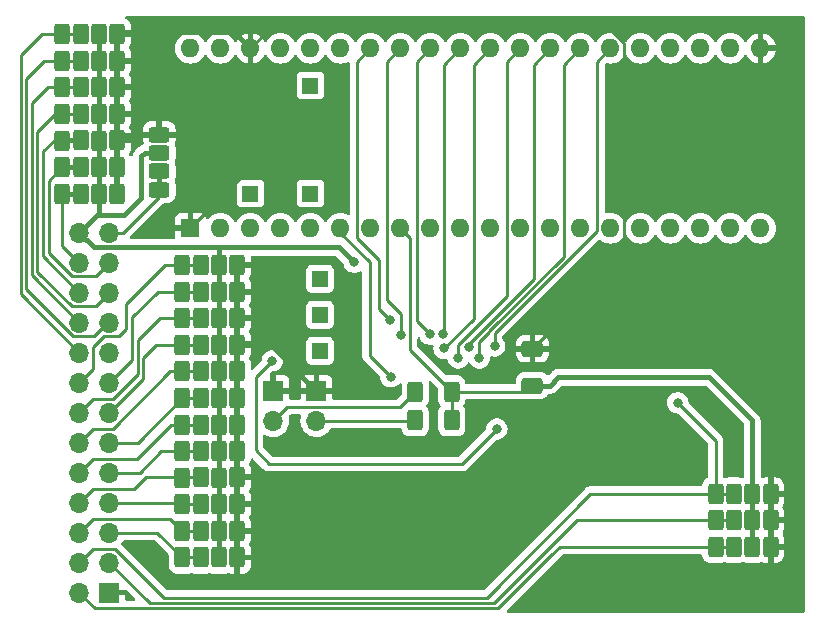
<source format=gbr>
%TF.GenerationSoftware,KiCad,Pcbnew,7.0.10-7.0.10~ubuntu20.04.1*%
%TF.CreationDate,2024-01-23T10:27:16+01:00*%
%TF.ProjectId,6303X_FP64,36333033-585f-4465-9036-342e6b696361,rev?*%
%TF.SameCoordinates,Original*%
%TF.FileFunction,Copper,L2,Bot*%
%TF.FilePolarity,Positive*%
%FSLAX46Y46*%
G04 Gerber Fmt 4.6, Leading zero omitted, Abs format (unit mm)*
G04 Created by KiCad (PCBNEW 7.0.10-7.0.10~ubuntu20.04.1) date 2024-01-23 10:27:16*
%MOMM*%
%LPD*%
G01*
G04 APERTURE LIST*
G04 Aperture macros list*
%AMRoundRect*
0 Rectangle with rounded corners*
0 $1 Rounding radius*
0 $2 $3 $4 $5 $6 $7 $8 $9 X,Y pos of 4 corners*
0 Add a 4 corners polygon primitive as box body*
4,1,4,$2,$3,$4,$5,$6,$7,$8,$9,$2,$3,0*
0 Add four circle primitives for the rounded corners*
1,1,$1+$1,$2,$3*
1,1,$1+$1,$4,$5*
1,1,$1+$1,$6,$7*
1,1,$1+$1,$8,$9*
0 Add four rect primitives between the rounded corners*
20,1,$1+$1,$2,$3,$4,$5,0*
20,1,$1+$1,$4,$5,$6,$7,0*
20,1,$1+$1,$6,$7,$8,$9,0*
20,1,$1+$1,$8,$9,$2,$3,0*%
G04 Aperture macros list end*
%TA.AperFunction,ComponentPad*%
%ADD10R,1.700000X1.700000*%
%TD*%
%TA.AperFunction,ComponentPad*%
%ADD11O,1.700000X1.700000*%
%TD*%
%TA.AperFunction,ComponentPad*%
%ADD12R,1.350000X1.350000*%
%TD*%
%TA.AperFunction,ComponentPad*%
%ADD13R,1.600000X1.600000*%
%TD*%
%TA.AperFunction,ComponentPad*%
%ADD14O,1.600000X1.600000*%
%TD*%
%TA.AperFunction,SMDPad,CuDef*%
%ADD15RoundRect,0.250000X-0.400000X-0.625000X0.400000X-0.625000X0.400000X0.625000X-0.400000X0.625000X0*%
%TD*%
%TA.AperFunction,SMDPad,CuDef*%
%ADD16RoundRect,0.250000X0.400000X0.625000X-0.400000X0.625000X-0.400000X-0.625000X0.400000X-0.625000X0*%
%TD*%
%TA.AperFunction,SMDPad,CuDef*%
%ADD17RoundRect,0.250000X0.650000X-0.412500X0.650000X0.412500X-0.650000X0.412500X-0.650000X-0.412500X0*%
%TD*%
%TA.AperFunction,SMDPad,CuDef*%
%ADD18RoundRect,0.250000X0.625000X-0.400000X0.625000X0.400000X-0.625000X0.400000X-0.625000X-0.400000X0*%
%TD*%
%TA.AperFunction,SMDPad,CuDef*%
%ADD19RoundRect,0.250000X-0.625000X0.400000X-0.625000X-0.400000X0.625000X-0.400000X0.625000X0.400000X0*%
%TD*%
%TA.AperFunction,ViaPad*%
%ADD20C,0.800000*%
%TD*%
%TA.AperFunction,Conductor*%
%ADD21C,0.400000*%
%TD*%
%TA.AperFunction,Conductor*%
%ADD22C,0.250000*%
%TD*%
G04 APERTURE END LIST*
D10*
%TO.P,JP1,1,A*%
%TO.N,GND*%
X180746400Y-66492200D03*
D11*
%TO.P,JP1,2,B*%
%TO.N,/MP0*%
X180746400Y-69032200D03*
%TD*%
D12*
%TO.P,J4,1,Pin_1*%
%TO.N,Net-(J4-Pin_1)*%
X183896000Y-40640000D03*
%TD*%
D13*
%TO.P,U3,1,VSS*%
%TO.N,GND*%
X173736000Y-52730400D03*
D14*
%TO.P,U3,2,~{HALT}*%
%TO.N,/~{HALT}*%
X176276000Y-52730400D03*
%TO.P,U3,3,MR*%
%TO.N,Net-(J3-Pin_1)*%
X178816000Y-52730400D03*
%TO.P,U3,4,~{IRQ}*%
%TO.N,/~{IRQ1}*%
X181356000Y-52730400D03*
%TO.P,U3,5,VMA*%
%TO.N,Net-(J6-Pin_1)*%
X183896000Y-52730400D03*
%TO.P,U3,6,~{NMI}*%
%TO.N,/~{NMI}*%
X186436000Y-52730400D03*
%TO.P,U3,7,BA*%
%TO.N,/BA*%
X188976000Y-52730400D03*
%TO.P,U3,8,VCC*%
%TO.N,+5V*%
X191516000Y-52730400D03*
%TO.P,U3,9,A0*%
%TO.N,/A0*%
X194056000Y-52730400D03*
%TO.P,U3,10,A1*%
%TO.N,/A1*%
X196596000Y-52730400D03*
%TO.P,U3,11,A2*%
%TO.N,/A2*%
X199136000Y-52730400D03*
%TO.P,U3,12,A3*%
%TO.N,/A3*%
X201676000Y-52730400D03*
%TO.P,U3,13,A4*%
%TO.N,/A4*%
X204216000Y-52730400D03*
%TO.P,U3,14,A5*%
%TO.N,/A5*%
X206756000Y-52730400D03*
%TO.P,U3,15,A6*%
%TO.N,/A6*%
X209296000Y-52730400D03*
%TO.P,U3,16,A7*%
%TO.N,/A7*%
X211836000Y-52730400D03*
%TO.P,U3,17,A8*%
%TO.N,/A8*%
X214376000Y-52730400D03*
%TO.P,U3,18,A9*%
%TO.N,/A9*%
X216916000Y-52730400D03*
%TO.P,U3,19,A10*%
%TO.N,/A10*%
X219456000Y-52730400D03*
%TO.P,U3,20,A11*%
%TO.N,/A11*%
X221996000Y-52730400D03*
%TO.P,U3,21,VSS*%
%TO.N,GND*%
X221996000Y-37490400D03*
%TO.P,U3,22,A12*%
%TO.N,/A12*%
X219456000Y-37490400D03*
%TO.P,U3,23,A13*%
%TO.N,/A13*%
X216916000Y-37490400D03*
%TO.P,U3,24,A14*%
%TO.N,/A14*%
X214376000Y-37490400D03*
%TO.P,U3,25,A15*%
%TO.N,/A15*%
X211836000Y-37490400D03*
%TO.P,U3,26,D7*%
%TO.N,/D7*%
X209296000Y-37490400D03*
%TO.P,U3,27,D6*%
%TO.N,/D6*%
X206756000Y-37490400D03*
%TO.P,U3,28,D5*%
%TO.N,/D5*%
X204216000Y-37490400D03*
%TO.P,U3,29,D4*%
%TO.N,/D4*%
X201676000Y-37490400D03*
%TO.P,U3,30,D3*%
%TO.N,/D3*%
X199136000Y-37490400D03*
%TO.P,U3,31,D2*%
%TO.N,/D2*%
X196596000Y-37490400D03*
%TO.P,U3,32,D1*%
%TO.N,/D1*%
X194056000Y-37490400D03*
%TO.P,U3,33,D0*%
%TO.N,/D0*%
X191516000Y-37490400D03*
%TO.P,U3,34,R/~{W}*%
%TO.N,/R{slash}~{W}*%
X188976000Y-37490400D03*
%TO.P,U3,35,VCC_STANDBY*%
%TO.N,+5C*%
X186436000Y-37490400D03*
%TO.P,U3,36,RE*%
%TO.N,Net-(J4-Pin_1)*%
X183896000Y-37490400D03*
%TO.P,U3,37,E*%
%TO.N,/PHI2*%
X181356000Y-37490400D03*
%TO.P,U3,38,XTAL*%
%TO.N,GND*%
X178816000Y-37490400D03*
%TO.P,U3,39,EXTAL*%
%TO.N,/CPUCLK*%
X176276000Y-37490400D03*
%TO.P,U3,40,~{RESET}*%
%TO.N,/~{RST}*%
X173736000Y-37490400D03*
%TD*%
D10*
%TO.P,J1,1,Pin_1*%
%TO.N,GND*%
X166878000Y-83566000D03*
D11*
%TO.P,J1,2,Pin_2*%
%TO.N,/P67*%
X164338000Y-83566000D03*
%TO.P,J1,3,Pin_3*%
%TO.N,/P66*%
X166878000Y-81026000D03*
%TO.P,J1,4,Pin_4*%
%TO.N,/P65*%
X164338000Y-81026000D03*
%TO.P,J1,5,Pin_5*%
%TO.N,/P64*%
X166878000Y-78486000D03*
%TO.P,J1,6,Pin_6*%
%TO.N,/P63*%
X164338000Y-78486000D03*
%TO.P,J1,7,Pin_7*%
%TO.N,/P62*%
X166878000Y-75946000D03*
%TO.P,J1,8,Pin_8*%
%TO.N,/P61*%
X164338000Y-75946000D03*
%TO.P,J1,9,Pin_9*%
%TO.N,/P60*%
X166878000Y-73406000D03*
%TO.P,J1,10,Pin_10*%
%TO.N,/P57*%
X164338000Y-73406000D03*
%TO.P,J1,11,Pin_11*%
%TO.N,/P56*%
X166878000Y-70866000D03*
%TO.P,J1,12,Pin_12*%
%TO.N,/P55*%
X164338000Y-70866000D03*
%TO.P,J1,13,Pin_13*%
%TO.N,/P54*%
X166878000Y-68326000D03*
%TO.P,J1,14,Pin_14*%
%TO.N,/P53*%
X164338000Y-68326000D03*
%TO.P,J1,15,Pin_15*%
%TO.N,/P52*%
X166878000Y-65786000D03*
%TO.P,J1,16,Pin_16*%
%TO.N,/P51*%
X164338000Y-65786000D03*
%TO.P,J1,17,Pin_17*%
%TO.N,/~{IRQ1}*%
X166878000Y-63246000D03*
%TO.P,J1,18,Pin_18*%
%TO.N,/P27*%
X164338000Y-63246000D03*
%TO.P,J1,19,Pin_19*%
%TO.N,/P26*%
X166878000Y-60706000D03*
%TO.P,J1,20,Pin_20*%
%TO.N,/P25*%
X164338000Y-60706000D03*
%TO.P,J1,21,Pin_21*%
%TO.N,/P24*%
X166878000Y-58166000D03*
%TO.P,J1,22,Pin_22*%
%TO.N,/P23*%
X164338000Y-58166000D03*
%TO.P,J1,23,Pin_23*%
%TO.N,/P22*%
X166878000Y-55626000D03*
%TO.P,J1,24,Pin_24*%
%TO.N,/P21*%
X164338000Y-55626000D03*
%TO.P,J1,25,Pin_25*%
%TO.N,/P20*%
X166878000Y-53086000D03*
%TO.P,J1,26,Pin_26*%
%TO.N,+5V*%
X164338000Y-53086000D03*
%TD*%
D10*
%TO.P,JP2,1,A*%
%TO.N,GND*%
X184404000Y-66492200D03*
D11*
%TO.P,JP2,2,B*%
%TO.N,/MP1*%
X184404000Y-69032200D03*
%TD*%
D12*
%TO.P,J7,1,Pin_1*%
%TO.N,/~{LIR}*%
X184708800Y-56997600D03*
%TD*%
%TO.P,J6,1,Pin_1*%
%TO.N,Net-(J6-Pin_1)*%
X183896000Y-49784000D03*
%TD*%
%TO.P,J9,1,Pin_1*%
%TO.N,/~{WR}*%
X184708800Y-60045600D03*
%TD*%
%TO.P,J8,1,Pin_1*%
%TO.N,/~{RD}*%
X184708800Y-63093600D03*
%TD*%
%TO.P,J3,1,Pin_1*%
%TO.N,Net-(J3-Pin_1)*%
X178816000Y-49784000D03*
%TD*%
D15*
%TO.P,R32,1*%
%TO.N,/P57*%
X174600000Y-69350000D03*
%TO.P,R32,2*%
%TO.N,GND*%
X177700000Y-69350000D03*
%TD*%
D16*
%TO.P,R25,1*%
%TO.N,+5V*%
X176150000Y-64850000D03*
%TO.P,R25,2*%
%TO.N,/P55*%
X173050000Y-64850000D03*
%TD*%
%TO.P,R7,1*%
%TO.N,+5V*%
X166000000Y-47550000D03*
%TO.P,R7,2*%
%TO.N,/P22*%
X162900000Y-47550000D03*
%TD*%
D15*
%TO.P,R20,1*%
%TO.N,/P51*%
X174600000Y-55850000D03*
%TO.P,R20,2*%
%TO.N,GND*%
X177700000Y-55850000D03*
%TD*%
D16*
%TO.P,R47,1*%
%TO.N,+5V*%
X221300000Y-79700000D03*
%TO.P,R47,2*%
%TO.N,/P67*%
X218200000Y-79700000D03*
%TD*%
D15*
%TO.P,R45,1*%
%TO.N,/P65*%
X219750000Y-75200000D03*
%TO.P,R45,2*%
%TO.N,GND*%
X222850000Y-75200000D03*
%TD*%
D16*
%TO.P,R13,1*%
%TO.N,+5V*%
X166000000Y-40800000D03*
%TO.P,R13,2*%
%TO.N,/P25*%
X162900000Y-40800000D03*
%TD*%
D17*
%TO.P,C1,1*%
%TO.N,+5V*%
X202692000Y-66040000D03*
%TO.P,C1,2*%
%TO.N,GND*%
X202692000Y-62915000D03*
%TD*%
D16*
%TO.P,R14,1*%
%TO.N,+5V*%
X166000000Y-38550000D03*
%TO.P,R14,2*%
%TO.N,/P26*%
X162900000Y-38550000D03*
%TD*%
%TO.P,R23,1*%
%TO.N,+5V*%
X176150000Y-60350000D03*
%TO.P,R23,2*%
%TO.N,/P53*%
X173050000Y-60350000D03*
%TD*%
%TO.P,R33,1*%
%TO.N,+5V*%
X176150000Y-71600000D03*
%TO.P,R33,2*%
%TO.N,/P60*%
X173050000Y-71600000D03*
%TD*%
%TO.P,R27,1*%
%TO.N,+5V*%
X176150000Y-69350000D03*
%TO.P,R27,2*%
%TO.N,/P57*%
X173050000Y-69350000D03*
%TD*%
D15*
%TO.P,R48,1*%
%TO.N,/P67*%
X219750000Y-79700000D03*
%TO.P,R48,2*%
%TO.N,GND*%
X222850000Y-79700000D03*
%TD*%
%TO.P,R12,1*%
%TO.N,/P24*%
X164450000Y-43050000D03*
%TO.P,R12,2*%
%TO.N,GND*%
X167550000Y-43050000D03*
%TD*%
D16*
%TO.P,R24,1*%
%TO.N,+5V*%
X176150000Y-62600000D03*
%TO.P,R24,2*%
%TO.N,/P54*%
X173050000Y-62600000D03*
%TD*%
D18*
%TO.P,R4,1*%
%TO.N,/P20*%
X171100000Y-47900000D03*
%TO.P,R4,2*%
%TO.N,GND*%
X171100000Y-44800000D03*
%TD*%
D15*
%TO.P,R22,1*%
%TO.N,/P52*%
X174600000Y-58100000D03*
%TO.P,R22,2*%
%TO.N,GND*%
X177700000Y-58100000D03*
%TD*%
%TO.P,R31,1*%
%TO.N,/P56*%
X174600000Y-67100000D03*
%TO.P,R31,2*%
%TO.N,GND*%
X177700000Y-67100000D03*
%TD*%
D16*
%TO.P,R21,1*%
%TO.N,+5V*%
X176150000Y-58100000D03*
%TO.P,R21,2*%
%TO.N,/P52*%
X173050000Y-58100000D03*
%TD*%
D15*
%TO.P,R39,1*%
%TO.N,/P61*%
X174600000Y-73820000D03*
%TO.P,R39,2*%
%TO.N,GND*%
X177700000Y-73820000D03*
%TD*%
D16*
%TO.P,R16,1*%
%TO.N,+5V*%
X176150000Y-55850000D03*
%TO.P,R16,2*%
%TO.N,/P51*%
X173050000Y-55850000D03*
%TD*%
D15*
%TO.P,R29,1*%
%TO.N,/P54*%
X174600000Y-62600000D03*
%TO.P,R29,2*%
%TO.N,GND*%
X177700000Y-62600000D03*
%TD*%
D16*
%TO.P,R15,1*%
%TO.N,+5V*%
X166000000Y-36300000D03*
%TO.P,R15,2*%
%TO.N,/P27*%
X162900000Y-36300000D03*
%TD*%
%TO.P,R37,1*%
%TO.N,+5V*%
X176150000Y-80600000D03*
%TO.P,R37,2*%
%TO.N,/P64*%
X173050000Y-80600000D03*
%TD*%
%TO.P,R5,1*%
%TO.N,+5V*%
X166000000Y-49800000D03*
%TO.P,R5,2*%
%TO.N,/P21*%
X162900000Y-49800000D03*
%TD*%
D19*
%TO.P,R3,1*%
%TO.N,+5V*%
X171100000Y-46350000D03*
%TO.P,R3,2*%
%TO.N,/P20*%
X171100000Y-49450000D03*
%TD*%
D16*
%TO.P,R9,1*%
%TO.N,+5V*%
X166000000Y-45300000D03*
%TO.P,R9,2*%
%TO.N,/P23*%
X162900000Y-45300000D03*
%TD*%
D15*
%TO.P,R30,1*%
%TO.N,/P55*%
X174600000Y-64850000D03*
%TO.P,R30,2*%
%TO.N,GND*%
X177700000Y-64850000D03*
%TD*%
%TO.P,R8,1*%
%TO.N,/P22*%
X164450000Y-47550000D03*
%TO.P,R8,2*%
%TO.N,GND*%
X167550000Y-47550000D03*
%TD*%
D16*
%TO.P,R1,1*%
%TO.N,+5V*%
X195860000Y-66548000D03*
%TO.P,R1,2*%
%TO.N,/MP0*%
X192760000Y-66548000D03*
%TD*%
%TO.P,R11,1*%
%TO.N,+5V*%
X166000000Y-43050000D03*
%TO.P,R11,2*%
%TO.N,/P24*%
X162900000Y-43050000D03*
%TD*%
D15*
%TO.P,R17,1*%
%TO.N,/P25*%
X164450000Y-40800000D03*
%TO.P,R17,2*%
%TO.N,GND*%
X167550000Y-40800000D03*
%TD*%
%TO.P,R41,1*%
%TO.N,/P63*%
X174600000Y-78350000D03*
%TO.P,R41,2*%
%TO.N,GND*%
X177700000Y-78350000D03*
%TD*%
%TO.P,R42,1*%
%TO.N,/P64*%
X174600000Y-80600000D03*
%TO.P,R42,2*%
%TO.N,GND*%
X177700000Y-80600000D03*
%TD*%
%TO.P,R46,1*%
%TO.N,/P66*%
X219750000Y-77450000D03*
%TO.P,R46,2*%
%TO.N,GND*%
X222850000Y-77450000D03*
%TD*%
D16*
%TO.P,R43,1*%
%TO.N,+5V*%
X221300000Y-75200000D03*
%TO.P,R43,2*%
%TO.N,/P65*%
X218200000Y-75200000D03*
%TD*%
%TO.P,R26,1*%
%TO.N,+5V*%
X176150000Y-67100000D03*
%TO.P,R26,2*%
%TO.N,/P56*%
X173050000Y-67100000D03*
%TD*%
D15*
%TO.P,R10,1*%
%TO.N,/P23*%
X164450000Y-45290000D03*
%TO.P,R10,2*%
%TO.N,GND*%
X167550000Y-45290000D03*
%TD*%
D16*
%TO.P,R35,1*%
%TO.N,+5V*%
X176150000Y-76100000D03*
%TO.P,R35,2*%
%TO.N,/P62*%
X173050000Y-76100000D03*
%TD*%
%TO.P,R2,1*%
%TO.N,+5V*%
X195860000Y-68974000D03*
%TO.P,R2,2*%
%TO.N,/MP1*%
X192760000Y-68974000D03*
%TD*%
D15*
%TO.P,R28,1*%
%TO.N,/P53*%
X174600000Y-60350000D03*
%TO.P,R28,2*%
%TO.N,GND*%
X177700000Y-60350000D03*
%TD*%
D16*
%TO.P,R36,1*%
%TO.N,+5V*%
X176150000Y-78350000D03*
%TO.P,R36,2*%
%TO.N,/P63*%
X173050000Y-78350000D03*
%TD*%
D15*
%TO.P,R19,1*%
%TO.N,/P27*%
X164450000Y-36300000D03*
%TO.P,R19,2*%
%TO.N,GND*%
X167550000Y-36300000D03*
%TD*%
D16*
%TO.P,R34,1*%
%TO.N,+5V*%
X176150000Y-73850000D03*
%TO.P,R34,2*%
%TO.N,/P61*%
X173050000Y-73850000D03*
%TD*%
D15*
%TO.P,R40,1*%
%TO.N,/P62*%
X174600000Y-76100000D03*
%TO.P,R40,2*%
%TO.N,GND*%
X177700000Y-76100000D03*
%TD*%
%TO.P,R18,1*%
%TO.N,/P26*%
X164450000Y-38550000D03*
%TO.P,R18,2*%
%TO.N,GND*%
X167550000Y-38550000D03*
%TD*%
%TO.P,R6,1*%
%TO.N,/P21*%
X164450000Y-49800000D03*
%TO.P,R6,2*%
%TO.N,GND*%
X167550000Y-49800000D03*
%TD*%
D16*
%TO.P,R44,1*%
%TO.N,+5V*%
X221300000Y-77450000D03*
%TO.P,R44,2*%
%TO.N,/P66*%
X218200000Y-77450000D03*
%TD*%
D15*
%TO.P,R38,1*%
%TO.N,/P60*%
X174600000Y-71600000D03*
%TO.P,R38,2*%
%TO.N,GND*%
X177700000Y-71600000D03*
%TD*%
D20*
%TO.N,+5V*%
X202692000Y-66040000D03*
X187600000Y-55609478D03*
%TO.N,GND*%
X202692000Y-62915000D03*
%TO.N,/~{NMI}*%
X190700000Y-65300000D03*
%TO.N,/~{IRQ1}*%
X199674004Y-69722408D03*
X180657459Y-63947741D03*
%TO.N,/D7*%
X199500000Y-62700000D03*
%TO.N,/D6*%
X198200000Y-63700000D03*
%TO.N,/D5*%
X197300000Y-62800000D03*
%TO.N,/D4*%
X196400000Y-63700006D03*
%TO.N,/D3*%
X195200000Y-62900000D03*
%TO.N,/D2*%
X195075000Y-61671148D03*
%TO.N,/D1*%
X194025457Y-61702206D03*
%TO.N,/D0*%
X191560639Y-61723885D03*
%TO.N,/R{slash}~{W}*%
X190600000Y-60500000D03*
%TO.N,/MP0*%
X192760000Y-66548000D03*
%TO.N,/P65*%
X215000002Y-67499996D03*
%TO.N,/P66*%
X218200000Y-77450000D03*
%TO.N,/P67*%
X219750000Y-79700000D03*
%TD*%
D21*
%TO.N,+5V*%
X166000000Y-51424000D02*
X166000000Y-49800000D01*
X176150000Y-69350000D02*
X176150000Y-80600000D01*
X169550000Y-50200000D02*
X169550000Y-46650000D01*
X187600000Y-55609478D02*
X186326522Y-54336000D01*
X164338000Y-53086000D02*
X166000000Y-51424000D01*
D22*
X195860000Y-66548000D02*
X195860000Y-68974000D01*
D21*
X221300000Y-75200000D02*
X221300000Y-69000000D01*
X186326522Y-54336000D02*
X176100000Y-54336000D01*
X166000000Y-36300000D02*
X166000000Y-49800000D01*
X176150000Y-69350000D02*
X176150000Y-55850000D01*
X217650000Y-65350000D02*
X204850000Y-65350000D01*
X165588000Y-54336000D02*
X164338000Y-53086000D01*
X165824000Y-51600000D02*
X168150000Y-51600000D01*
X176150000Y-54386000D02*
X176100000Y-54336000D01*
X204160000Y-66040000D02*
X202692000Y-66040000D01*
X169550000Y-46650000D02*
X169850000Y-46350000D01*
X168150000Y-51600000D02*
X169550000Y-50200000D01*
X164338000Y-53086000D02*
X165824000Y-51600000D01*
X176100000Y-54336000D02*
X165588000Y-54336000D01*
X169850000Y-46350000D02*
X171100000Y-46350000D01*
D22*
X202184000Y-66548000D02*
X202692000Y-66040000D01*
D21*
X176150000Y-55850000D02*
X176150000Y-54386000D01*
X221300000Y-75200000D02*
X221300000Y-79700000D01*
D22*
X195860000Y-66548000D02*
X202184000Y-66548000D01*
D21*
X221300000Y-69000000D02*
X217650000Y-65350000D01*
D22*
X192315999Y-53530399D02*
X192315999Y-63003999D01*
D21*
X204850000Y-65350000D02*
X204160000Y-66040000D01*
D22*
X191516000Y-52730400D02*
X192315999Y-53530399D01*
X192315999Y-63003999D02*
X195860000Y-66548000D01*
%TO.N,GND*%
X178816000Y-37490400D02*
X180289200Y-36017200D01*
D21*
X167550000Y-36300000D02*
X167750000Y-36100000D01*
X180361800Y-62450000D02*
X184404000Y-66492200D01*
D22*
X210464400Y-37067809D02*
X210464400Y-55142600D01*
D21*
X222850000Y-69350000D02*
X216415000Y-62915000D01*
D22*
X210464400Y-55142600D02*
X202692000Y-62915000D01*
D21*
X167750000Y-36100000D02*
X177425600Y-36100000D01*
D22*
X178816000Y-47650400D02*
X173736000Y-52730400D01*
D21*
X222850000Y-79700000D02*
X222850000Y-69350000D01*
X168040000Y-44800000D02*
X167550000Y-45290000D01*
D22*
X178816000Y-37490400D02*
X178816000Y-47650400D01*
D21*
X216415000Y-62915000D02*
X202692000Y-62915000D01*
X177850000Y-62450000D02*
X180361800Y-62450000D01*
D22*
X180289200Y-36017200D02*
X209413791Y-36017200D01*
D21*
X177700000Y-55850000D02*
X177700000Y-69350000D01*
X177700000Y-69350000D02*
X177700000Y-80600000D01*
X177425600Y-36100000D02*
X178816000Y-37490400D01*
X167550000Y-36300000D02*
X167550000Y-49800000D01*
X171100000Y-44800000D02*
X168040000Y-44800000D01*
D22*
X209413791Y-36017200D02*
X210464400Y-37067809D01*
D21*
X177700000Y-62600000D02*
X177850000Y-62450000D01*
%TO.N,/P20*%
X171100000Y-47900000D02*
X171100000Y-49450000D01*
D22*
X168064000Y-53086000D02*
X171100000Y-50050000D01*
X166878000Y-53086000D02*
X168064000Y-53086000D01*
X171100000Y-50050000D02*
X171100000Y-49450000D01*
%TO.N,/P21*%
X162900000Y-54188000D02*
X162900000Y-49800000D01*
X164338000Y-55626000D02*
X162900000Y-54188000D01*
D21*
X164450000Y-49800000D02*
X162900000Y-49800000D01*
D22*
%TO.N,/P22*%
X166878000Y-55626000D02*
X165703000Y-56801000D01*
X163701000Y-56801000D02*
X161750000Y-54850000D01*
X161750000Y-48700000D02*
X162900000Y-47550000D01*
X161750000Y-54850000D02*
X161750000Y-48700000D01*
D21*
X164450000Y-47550000D02*
X162900000Y-47550000D01*
D22*
X165703000Y-56801000D02*
X163701000Y-56801000D01*
%TO.N,/~{NMI}*%
X188900000Y-63500000D02*
X188900000Y-55600000D01*
X186436000Y-53136000D02*
X186436000Y-52730400D01*
X190700000Y-65300000D02*
X188900000Y-63500000D01*
X188900000Y-55600000D02*
X186436000Y-53136000D01*
%TO.N,/~{IRQ1}*%
X180414804Y-72694800D02*
X179250000Y-71529996D01*
X179250000Y-71529996D02*
X179250000Y-65355200D01*
X179250000Y-65355200D02*
X180657459Y-63947741D01*
X199674004Y-69722408D02*
X196701612Y-72694800D01*
X196701612Y-72694800D02*
X180414804Y-72694800D01*
D21*
%TO.N,/P23*%
X162910000Y-45290000D02*
X162900000Y-45300000D01*
X164450000Y-45290000D02*
X162910000Y-45290000D01*
D22*
X161250000Y-46200000D02*
X162150000Y-45300000D01*
X162150000Y-45300000D02*
X162900000Y-45300000D01*
X164338000Y-58166000D02*
X161250000Y-55078000D01*
X161250000Y-55078000D02*
X161250000Y-46200000D01*
%TO.N,/P24*%
X165703000Y-59341000D02*
X163691000Y-59341000D01*
X160750000Y-44550000D02*
X162250000Y-43050000D01*
X166878000Y-58166000D02*
X165703000Y-59341000D01*
X163691000Y-59341000D02*
X160750000Y-56400000D01*
X162900000Y-43050000D02*
X164450000Y-43050000D01*
X162250000Y-43050000D02*
X162900000Y-43050000D01*
X160750000Y-56400000D02*
X160750000Y-44550000D01*
%TO.N,/D7*%
X199500000Y-62700000D02*
X199500000Y-61600000D01*
X208171000Y-52929000D02*
X208171000Y-38615400D01*
X208171000Y-38615400D02*
X209296000Y-37490400D01*
X199500000Y-61600000D02*
X208171000Y-52929000D01*
%TO.N,/D6*%
X199050000Y-61413604D02*
X199050000Y-61513604D01*
X205341000Y-55122604D02*
X199050000Y-61413604D01*
X198200000Y-62363604D02*
X198200000Y-63700000D01*
X205341000Y-38905400D02*
X205341000Y-55122604D01*
X206756000Y-37490400D02*
X205341000Y-38905400D01*
X199050000Y-61513604D02*
X198200000Y-62363604D01*
%TO.N,/D5*%
X197300000Y-62503984D02*
X197300000Y-62800000D01*
X202801000Y-38905400D02*
X202801000Y-57002984D01*
X202801000Y-57002984D02*
X197300000Y-62503984D01*
X204216000Y-37490400D02*
X202801000Y-38905400D01*
%TO.N,/D4*%
X201676000Y-37490400D02*
X200551000Y-38615400D01*
X200551000Y-38615400D02*
X200551000Y-58452984D01*
X196400000Y-62603984D02*
X196400000Y-63700006D01*
X200551000Y-58452984D02*
X196400000Y-62603984D01*
%TO.N,/D3*%
X197721000Y-38905400D02*
X197721000Y-60379000D01*
X197721000Y-60379000D02*
X195200000Y-62900000D01*
X199136000Y-37490400D02*
X197721000Y-38905400D01*
%TO.N,/D2*%
X196596000Y-37490400D02*
X195200000Y-38886400D01*
X195200000Y-61546148D02*
X195075000Y-61671148D01*
X195200000Y-38886400D02*
X195200000Y-61546148D01*
%TO.N,/D1*%
X192931000Y-38615400D02*
X192931000Y-60607749D01*
X194056000Y-37490400D02*
X192931000Y-38615400D01*
X192931000Y-60607749D02*
X194025457Y-61702206D01*
%TO.N,/D0*%
X191516000Y-37490400D02*
X190391000Y-38615400D01*
X190391000Y-58794984D02*
X191560639Y-59964623D01*
X190391000Y-38615400D02*
X190391000Y-58794984D01*
X191560639Y-59964623D02*
X191560639Y-61723885D01*
%TO.N,/R{slash}~{W}*%
X188976000Y-37490400D02*
X187851000Y-38615400D01*
X189675000Y-55375000D02*
X189675000Y-59575000D01*
X189675000Y-59575000D02*
X190600000Y-60500000D01*
X187851000Y-38615400D02*
X187851000Y-53551000D01*
X187851000Y-53551000D02*
X189675000Y-55375000D01*
%TO.N,/MP0*%
X180746400Y-69032200D02*
X181921400Y-67857200D01*
X191450800Y-67857200D02*
X192760000Y-66548000D01*
X181921400Y-67857200D02*
X191450800Y-67857200D01*
%TO.N,/MP1*%
X184404000Y-69032200D02*
X192701800Y-69032200D01*
%TO.N,/P25*%
X162900000Y-40800000D02*
X164450000Y-40800000D01*
X160300000Y-42150000D02*
X161650000Y-40800000D01*
X160300000Y-56668000D02*
X160300000Y-42150000D01*
X164338000Y-60706000D02*
X160300000Y-56668000D01*
X161650000Y-40800000D02*
X162900000Y-40800000D01*
%TO.N,/P26*%
X163831000Y-61881000D02*
X159850000Y-57900000D01*
X159850000Y-57900000D02*
X159850000Y-40050000D01*
X159850000Y-40050000D02*
X161350000Y-38550000D01*
X161350000Y-38550000D02*
X164450000Y-38550000D01*
X166707604Y-60706000D02*
X165532604Y-61881000D01*
X166878000Y-60706000D02*
X166707604Y-60706000D01*
X165532604Y-61881000D02*
X163831000Y-61881000D01*
%TO.N,/P27*%
X161150000Y-36300000D02*
X164450000Y-36300000D01*
X159400000Y-58308000D02*
X159400000Y-38050000D01*
X159400000Y-38050000D02*
X161150000Y-36300000D01*
X164338000Y-63246000D02*
X159400000Y-58308000D01*
%TO.N,/P51*%
X167669000Y-61881000D02*
X168300000Y-61250000D01*
X171550000Y-55850000D02*
X174600000Y-55850000D01*
X168300000Y-61250000D02*
X168300000Y-59100000D01*
X165513000Y-64611000D02*
X165513000Y-62759299D01*
X166391299Y-61881000D02*
X167669000Y-61881000D01*
X168300000Y-59100000D02*
X171550000Y-55850000D01*
X164338000Y-65786000D02*
X165513000Y-64611000D01*
X165513000Y-62759299D02*
X166391299Y-61881000D01*
%TO.N,/P52*%
X166878000Y-65786000D02*
X168800000Y-63864000D01*
X170950000Y-58100000D02*
X174600000Y-58100000D01*
X168800000Y-63864000D02*
X168800000Y-60250000D01*
X168800000Y-60250000D02*
X170950000Y-58100000D01*
%TO.N,/P53*%
X171150000Y-60350000D02*
X169300000Y-62200000D01*
X173050000Y-60350000D02*
X171150000Y-60350000D01*
X169300000Y-62200000D02*
X169300000Y-65025701D01*
X167174701Y-67151000D02*
X165513000Y-67151000D01*
X165513000Y-67151000D02*
X164338000Y-68326000D01*
X169300000Y-65025701D02*
X167174701Y-67151000D01*
X174600000Y-60350000D02*
X173050000Y-60350000D01*
%TO.N,/P54*%
X169750000Y-63700000D02*
X170850000Y-62600000D01*
X166878000Y-68326000D02*
X169750000Y-65454000D01*
X169750000Y-65454000D02*
X169750000Y-63700000D01*
X170850000Y-62600000D02*
X174600000Y-62600000D01*
%TO.N,/P55*%
X167174701Y-69691000D02*
X172015701Y-64850000D01*
X172015701Y-64850000D02*
X174600000Y-64850000D01*
X164338000Y-70866000D02*
X165513000Y-69691000D01*
X165513000Y-69691000D02*
X167174701Y-69691000D01*
%TO.N,/P56*%
X169284000Y-70866000D02*
X173050000Y-67100000D01*
X173050000Y-67100000D02*
X174600000Y-67100000D01*
X166878000Y-70866000D02*
X169284000Y-70866000D01*
%TO.N,/P57*%
X169169000Y-72231000D02*
X172050000Y-69350000D01*
X164338000Y-73406000D02*
X165513000Y-72231000D01*
X172050000Y-69350000D02*
X174600000Y-69350000D01*
X165513000Y-72231000D02*
X169169000Y-72231000D01*
%TO.N,/P60*%
X171250000Y-71600000D02*
X169444000Y-73406000D01*
X169444000Y-73406000D02*
X166878000Y-73406000D01*
X173050000Y-71600000D02*
X171250000Y-71600000D01*
X174600000Y-71600000D02*
X173050000Y-71600000D01*
%TO.N,/P61*%
X168979000Y-74771000D02*
X165513000Y-74771000D01*
X174600000Y-73820000D02*
X169930000Y-73820000D01*
X165513000Y-74771000D02*
X164338000Y-75946000D01*
X169930000Y-73820000D02*
X168979000Y-74771000D01*
%TO.N,/P62*%
X166878000Y-75946000D02*
X172896000Y-75946000D01*
X172896000Y-75946000D02*
X173050000Y-76100000D01*
X174600000Y-76100000D02*
X173050000Y-76100000D01*
%TO.N,/P63*%
X173050000Y-78350000D02*
X172011000Y-77311000D01*
X165513000Y-77311000D02*
X164338000Y-78486000D01*
X172011000Y-77311000D02*
X165513000Y-77311000D01*
X174600000Y-78350000D02*
X173050000Y-78350000D01*
%TO.N,/P64*%
X166878000Y-78486000D02*
X170936000Y-78486000D01*
X170936000Y-78486000D02*
X173050000Y-80600000D01*
X174600000Y-80600000D02*
X173050000Y-80600000D01*
%TO.N,/P65*%
X171513701Y-84000000D02*
X167364701Y-79851000D01*
X219750000Y-75200000D02*
X218200000Y-75200000D01*
X207600000Y-75200000D02*
X218200000Y-75200000D01*
X198800000Y-84000000D02*
X207600000Y-75200000D01*
X167364701Y-79851000D02*
X165513000Y-79851000D01*
X218200000Y-70699994D02*
X215000002Y-67499996D01*
X165513000Y-79851000D02*
X164338000Y-81026000D01*
X218200000Y-75200000D02*
X218200000Y-70699994D01*
X187000000Y-84000000D02*
X198800000Y-84000000D01*
X187000000Y-84000000D02*
X171513701Y-84000000D01*
%TO.N,/P66*%
X205225000Y-78675000D02*
X199450000Y-84450000D01*
X206450000Y-77450000D02*
X218200000Y-77450000D01*
X219750000Y-77450000D02*
X218200000Y-77450000D01*
X205225000Y-78675000D02*
X206450000Y-77450000D01*
X170302000Y-84450000D02*
X166878000Y-81026000D01*
X199450000Y-84450000D02*
X170302000Y-84450000D01*
%TO.N,/P67*%
X164338000Y-83566000D02*
X165672000Y-84900000D01*
X218200000Y-79700000D02*
X219750000Y-79700000D01*
X205000000Y-79700000D02*
X204275000Y-80425000D01*
X218200000Y-79700000D02*
X205000000Y-79700000D01*
X199800000Y-84900000D02*
X204275000Y-80425000D01*
X165672000Y-84900000D02*
X199800000Y-84900000D01*
%TD*%
%TA.AperFunction,Conductor*%
%TO.N,GND*%
G36*
X225692539Y-34770185D02*
G01*
X225738294Y-34822989D01*
X225749500Y-34874500D01*
X225749500Y-85137500D01*
X225729815Y-85204539D01*
X225677011Y-85250294D01*
X225625500Y-85261500D01*
X200622452Y-85261500D01*
X200555413Y-85241815D01*
X200509658Y-85189011D01*
X200499714Y-85119853D01*
X200528739Y-85056297D01*
X200534771Y-85049819D01*
X204803670Y-80780920D01*
X204803679Y-80780909D01*
X205222773Y-80361816D01*
X205284095Y-80328334D01*
X205310453Y-80325500D01*
X216932465Y-80325500D01*
X216999504Y-80345185D01*
X217045259Y-80397989D01*
X217055823Y-80436898D01*
X217060001Y-80477797D01*
X217060001Y-80477799D01*
X217088014Y-80562335D01*
X217115186Y-80644334D01*
X217207288Y-80793656D01*
X217331344Y-80917712D01*
X217480666Y-81009814D01*
X217647203Y-81064999D01*
X217749991Y-81075500D01*
X218650008Y-81075499D01*
X218650016Y-81075498D01*
X218650019Y-81075498D01*
X218706302Y-81069748D01*
X218752797Y-81064999D01*
X218919334Y-81009814D01*
X218919346Y-81009806D01*
X218922596Y-81008292D01*
X218925050Y-81007919D01*
X218926189Y-81007542D01*
X218926253Y-81007736D01*
X218991674Y-80997801D01*
X219027404Y-81008292D01*
X219030656Y-81009808D01*
X219030666Y-81009814D01*
X219197203Y-81064999D01*
X219299991Y-81075500D01*
X220200008Y-81075499D01*
X220200016Y-81075498D01*
X220200019Y-81075498D01*
X220256302Y-81069748D01*
X220302797Y-81064999D01*
X220469334Y-81009814D01*
X220469346Y-81009806D01*
X220472596Y-81008292D01*
X220475050Y-81007919D01*
X220476189Y-81007542D01*
X220476253Y-81007736D01*
X220541674Y-80997801D01*
X220577404Y-81008292D01*
X220580656Y-81009808D01*
X220580666Y-81009814D01*
X220747203Y-81064999D01*
X220849991Y-81075500D01*
X221750008Y-81075499D01*
X221750016Y-81075498D01*
X221750019Y-81075498D01*
X221806302Y-81069748D01*
X221852797Y-81064999D01*
X222019334Y-81009814D01*
X222019343Y-81009808D01*
X222023177Y-81008021D01*
X222026072Y-81007580D01*
X222026190Y-81007542D01*
X222026196Y-81007561D01*
X222092253Y-80997521D01*
X222127999Y-81008015D01*
X222130878Y-81009357D01*
X222297302Y-81064505D01*
X222297309Y-81064506D01*
X222400019Y-81074999D01*
X222599999Y-81074999D01*
X222600000Y-81074998D01*
X222600000Y-79950000D01*
X223100000Y-79950000D01*
X223100000Y-81074999D01*
X223299972Y-81074999D01*
X223299986Y-81074998D01*
X223402697Y-81064505D01*
X223569119Y-81009358D01*
X223569124Y-81009356D01*
X223718345Y-80917315D01*
X223842315Y-80793345D01*
X223934356Y-80644124D01*
X223934358Y-80644119D01*
X223989505Y-80477697D01*
X223989506Y-80477690D01*
X223999999Y-80374986D01*
X224000000Y-80374973D01*
X224000000Y-79950000D01*
X223100000Y-79950000D01*
X222600000Y-79950000D01*
X222600000Y-77700000D01*
X223100000Y-77700000D01*
X223100000Y-79450000D01*
X223999999Y-79450000D01*
X223999999Y-79025028D01*
X223999998Y-79025013D01*
X223989505Y-78922302D01*
X223934358Y-78755880D01*
X223934356Y-78755875D01*
X223862943Y-78640097D01*
X223844503Y-78572705D01*
X223862943Y-78509903D01*
X223934356Y-78394124D01*
X223934358Y-78394119D01*
X223989505Y-78227697D01*
X223989506Y-78227690D01*
X223999999Y-78124986D01*
X224000000Y-78124973D01*
X224000000Y-77700000D01*
X223100000Y-77700000D01*
X222600000Y-77700000D01*
X222600000Y-75450000D01*
X223100000Y-75450000D01*
X223100000Y-77200000D01*
X223999999Y-77200000D01*
X223999999Y-76775028D01*
X223999998Y-76775013D01*
X223989505Y-76672302D01*
X223934358Y-76505880D01*
X223934356Y-76505875D01*
X223862943Y-76390097D01*
X223844503Y-76322705D01*
X223862943Y-76259903D01*
X223934356Y-76144124D01*
X223934358Y-76144119D01*
X223989505Y-75977697D01*
X223989506Y-75977690D01*
X223999999Y-75874986D01*
X224000000Y-75874973D01*
X224000000Y-75450000D01*
X223100000Y-75450000D01*
X222600000Y-75450000D01*
X222600000Y-73825000D01*
X223100000Y-73825000D01*
X223100000Y-74950000D01*
X223999999Y-74950000D01*
X223999999Y-74525028D01*
X223999998Y-74525013D01*
X223989505Y-74422302D01*
X223934358Y-74255880D01*
X223934356Y-74255875D01*
X223842315Y-74106654D01*
X223718345Y-73982684D01*
X223569124Y-73890643D01*
X223569119Y-73890641D01*
X223402697Y-73835494D01*
X223402690Y-73835493D01*
X223299986Y-73825000D01*
X223100000Y-73825000D01*
X222600000Y-73825000D01*
X222400029Y-73825000D01*
X222400012Y-73825001D01*
X222297302Y-73835494D01*
X222163504Y-73879831D01*
X222093676Y-73882233D01*
X222033634Y-73846501D01*
X222002441Y-73783981D01*
X222000500Y-73762125D01*
X222000500Y-69024920D01*
X222000726Y-69017432D01*
X222004358Y-68957394D01*
X221993514Y-68898221D01*
X221992387Y-68890815D01*
X221988799Y-68861264D01*
X221985140Y-68831128D01*
X221982731Y-68824777D01*
X221981548Y-68821656D01*
X221975521Y-68800034D01*
X221974927Y-68796792D01*
X221973695Y-68790069D01*
X221973693Y-68790066D01*
X221973693Y-68790063D01*
X221949009Y-68735221D01*
X221946154Y-68728331D01*
X221924818Y-68672070D01*
X221919062Y-68663731D01*
X221908034Y-68644177D01*
X221903881Y-68634949D01*
X221903878Y-68634945D01*
X221903878Y-68634944D01*
X221866788Y-68587603D01*
X221862352Y-68581574D01*
X221853353Y-68568537D01*
X221828183Y-68532071D01*
X221783145Y-68492171D01*
X221777707Y-68487051D01*
X218162940Y-64872283D01*
X218157805Y-64866828D01*
X218117929Y-64821816D01*
X218117924Y-64821812D01*
X218068438Y-64787655D01*
X218062403Y-64783215D01*
X218015060Y-64746124D01*
X218015055Y-64746120D01*
X218005813Y-64741961D01*
X217986266Y-64730936D01*
X217977931Y-64725183D01*
X217977932Y-64725183D01*
X217977930Y-64725182D01*
X217921694Y-64703854D01*
X217914790Y-64700994D01*
X217859932Y-64676305D01*
X217859930Y-64676304D01*
X217849946Y-64674474D01*
X217828343Y-64668451D01*
X217818874Y-64664860D01*
X217818871Y-64664859D01*
X217759171Y-64657610D01*
X217751770Y-64656483D01*
X217692609Y-64645642D01*
X217692603Y-64645642D01*
X217632567Y-64649274D01*
X217625079Y-64649500D01*
X204874910Y-64649500D01*
X204867423Y-64649274D01*
X204807396Y-64645643D01*
X204807389Y-64645643D01*
X204748243Y-64656481D01*
X204740843Y-64657608D01*
X204681125Y-64664860D01*
X204671642Y-64668456D01*
X204650038Y-64674478D01*
X204648535Y-64674754D01*
X204640065Y-64676306D01*
X204640063Y-64676307D01*
X204585234Y-64700983D01*
X204578319Y-64703848D01*
X204522068Y-64725182D01*
X204513724Y-64730942D01*
X204494183Y-64741964D01*
X204484944Y-64746122D01*
X204484939Y-64746125D01*
X204437594Y-64783216D01*
X204431566Y-64787652D01*
X204382072Y-64821816D01*
X204382064Y-64821823D01*
X204342183Y-64866838D01*
X204337051Y-64872290D01*
X204080286Y-65129056D01*
X204018963Y-65162541D01*
X203949272Y-65157557D01*
X203904924Y-65129056D01*
X203810657Y-65034789D01*
X203810656Y-65034788D01*
X203661334Y-64942686D01*
X203494797Y-64887501D01*
X203494795Y-64887500D01*
X203392010Y-64877000D01*
X201991998Y-64877000D01*
X201991981Y-64877001D01*
X201889203Y-64887500D01*
X201889200Y-64887501D01*
X201722668Y-64942685D01*
X201722663Y-64942687D01*
X201573342Y-65034789D01*
X201449289Y-65158842D01*
X201357187Y-65308163D01*
X201357186Y-65308166D01*
X201302001Y-65474703D01*
X201302001Y-65474704D01*
X201302000Y-65474704D01*
X201291500Y-65577483D01*
X201291500Y-65798500D01*
X201271815Y-65865539D01*
X201219011Y-65911294D01*
X201167500Y-65922500D01*
X197127535Y-65922500D01*
X197060496Y-65902815D01*
X197014741Y-65850011D01*
X197004177Y-65811102D01*
X197003663Y-65806071D01*
X196999999Y-65770203D01*
X196944814Y-65603666D01*
X196852712Y-65454344D01*
X196728656Y-65330288D01*
X196579334Y-65238186D01*
X196412797Y-65183001D01*
X196412795Y-65183000D01*
X196310016Y-65172500D01*
X195420453Y-65172500D01*
X195353414Y-65152815D01*
X195332772Y-65136181D01*
X192977818Y-62781227D01*
X192944333Y-62719904D01*
X192941499Y-62693546D01*
X192941499Y-62063111D01*
X192961184Y-61996072D01*
X193013988Y-61950317D01*
X193083146Y-61940373D01*
X193146702Y-61969398D01*
X193183430Y-62024793D01*
X193198275Y-62070484D01*
X193198278Y-62070490D01*
X193292924Y-62234422D01*
X193380528Y-62331716D01*
X193419586Y-62375094D01*
X193572722Y-62486354D01*
X193572727Y-62486357D01*
X193745649Y-62563348D01*
X193745654Y-62563350D01*
X193930811Y-62602706D01*
X193930812Y-62602706D01*
X194120101Y-62602706D01*
X194120103Y-62602706D01*
X194163545Y-62593472D01*
X194233212Y-62598788D01*
X194288946Y-62640925D01*
X194313051Y-62706505D01*
X194312647Y-62727718D01*
X194294540Y-62900000D01*
X194314326Y-63088256D01*
X194314327Y-63088259D01*
X194372818Y-63268277D01*
X194372821Y-63268284D01*
X194467467Y-63432216D01*
X194567519Y-63543335D01*
X194594129Y-63572888D01*
X194747265Y-63684148D01*
X194747270Y-63684151D01*
X194920192Y-63761142D01*
X194920197Y-63761144D01*
X195105354Y-63800500D01*
X195105355Y-63800500D01*
X195294644Y-63800500D01*
X195294646Y-63800500D01*
X195365798Y-63785376D01*
X195435463Y-63790692D01*
X195491196Y-63832828D01*
X195510526Y-63882428D01*
X195512976Y-63881908D01*
X195514327Y-63888266D01*
X195572818Y-64068283D01*
X195572821Y-64068290D01*
X195667467Y-64232222D01*
X195755143Y-64329596D01*
X195794129Y-64372894D01*
X195947265Y-64484154D01*
X195947270Y-64484157D01*
X196120192Y-64561148D01*
X196120197Y-64561150D01*
X196305354Y-64600506D01*
X196305355Y-64600506D01*
X196494644Y-64600506D01*
X196494646Y-64600506D01*
X196679803Y-64561150D01*
X196852730Y-64484157D01*
X197005871Y-64372894D01*
X197132533Y-64232222D01*
X197192615Y-64128155D01*
X197243180Y-64079942D01*
X197311787Y-64066718D01*
X197376652Y-64092686D01*
X197407388Y-64128157D01*
X197467466Y-64232214D01*
X197467465Y-64232214D01*
X197594129Y-64372888D01*
X197747265Y-64484148D01*
X197747270Y-64484151D01*
X197920192Y-64561142D01*
X197920197Y-64561144D01*
X198105354Y-64600500D01*
X198105355Y-64600500D01*
X198294644Y-64600500D01*
X198294646Y-64600500D01*
X198479803Y-64561144D01*
X198652730Y-64484151D01*
X198805871Y-64372888D01*
X198932533Y-64232216D01*
X199027179Y-64068284D01*
X199085674Y-63888256D01*
X199105460Y-63700000D01*
X199105460Y-63699997D01*
X199105460Y-63693502D01*
X199107448Y-63693502D01*
X199118305Y-63634058D01*
X199166025Y-63583023D01*
X199233761Y-63565889D01*
X199254851Y-63568510D01*
X199306349Y-63579456D01*
X199405354Y-63600500D01*
X199405355Y-63600500D01*
X199594644Y-63600500D01*
X199594646Y-63600500D01*
X199779803Y-63561144D01*
X199952730Y-63484151D01*
X200105871Y-63372888D01*
X200232533Y-63232216D01*
X200271340Y-63165000D01*
X201292001Y-63165000D01*
X201292001Y-63377486D01*
X201302494Y-63480197D01*
X201357641Y-63646619D01*
X201357643Y-63646624D01*
X201449684Y-63795845D01*
X201573654Y-63919815D01*
X201722875Y-64011856D01*
X201722880Y-64011858D01*
X201889302Y-64067005D01*
X201889309Y-64067006D01*
X201992019Y-64077499D01*
X202441999Y-64077499D01*
X202442000Y-64077498D01*
X202442000Y-63165000D01*
X202942000Y-63165000D01*
X202942000Y-64077499D01*
X203391972Y-64077499D01*
X203391986Y-64077498D01*
X203494697Y-64067005D01*
X203661119Y-64011858D01*
X203661124Y-64011856D01*
X203810345Y-63919815D01*
X203934315Y-63795845D01*
X204026356Y-63646624D01*
X204026358Y-63646619D01*
X204081505Y-63480197D01*
X204081506Y-63480190D01*
X204091999Y-63377486D01*
X204092000Y-63377473D01*
X204092000Y-63165000D01*
X202942000Y-63165000D01*
X202442000Y-63165000D01*
X201292001Y-63165000D01*
X200271340Y-63165000D01*
X200327179Y-63068284D01*
X200385674Y-62888256D01*
X200405460Y-62700000D01*
X200401781Y-62665000D01*
X201292000Y-62665000D01*
X202442000Y-62665000D01*
X202442000Y-61752500D01*
X202942000Y-61752500D01*
X202942000Y-62665000D01*
X204091999Y-62665000D01*
X204091999Y-62452528D01*
X204091998Y-62452513D01*
X204081505Y-62349802D01*
X204026358Y-62183380D01*
X204026356Y-62183375D01*
X203934315Y-62034154D01*
X203810345Y-61910184D01*
X203661124Y-61818143D01*
X203661119Y-61818141D01*
X203494697Y-61762994D01*
X203494690Y-61762993D01*
X203391986Y-61752500D01*
X202942000Y-61752500D01*
X202442000Y-61752500D01*
X201992028Y-61752500D01*
X201992012Y-61752501D01*
X201889302Y-61762994D01*
X201722880Y-61818141D01*
X201722875Y-61818143D01*
X201573654Y-61910184D01*
X201449684Y-62034154D01*
X201357643Y-62183375D01*
X201357641Y-62183380D01*
X201302494Y-62349802D01*
X201302493Y-62349809D01*
X201292000Y-62452513D01*
X201292000Y-62665000D01*
X200401781Y-62665000D01*
X200385674Y-62511744D01*
X200327179Y-62331716D01*
X200232533Y-62167784D01*
X200173148Y-62101830D01*
X200157350Y-62084284D01*
X200127120Y-62021292D01*
X200125500Y-62001312D01*
X200125500Y-61910452D01*
X200145185Y-61843413D01*
X200161819Y-61822771D01*
X204204508Y-57780082D01*
X208267822Y-53716767D01*
X208329143Y-53683284D01*
X208398835Y-53688268D01*
X208443182Y-53716769D01*
X208456858Y-53730445D01*
X208456861Y-53730447D01*
X208643266Y-53860968D01*
X208849504Y-53957139D01*
X209069308Y-54016035D01*
X209231230Y-54030201D01*
X209295998Y-54035868D01*
X209296000Y-54035868D01*
X209296002Y-54035868D01*
X209352673Y-54030909D01*
X209522692Y-54016035D01*
X209742496Y-53957139D01*
X209948734Y-53860968D01*
X210135139Y-53730447D01*
X210296047Y-53569539D01*
X210426568Y-53383134D01*
X210453618Y-53325124D01*
X210499790Y-53272685D01*
X210566983Y-53253533D01*
X210633865Y-53273748D01*
X210678382Y-53325125D01*
X210705429Y-53383128D01*
X210705432Y-53383134D01*
X210835954Y-53569541D01*
X210996858Y-53730445D01*
X210996861Y-53730447D01*
X211183266Y-53860968D01*
X211389504Y-53957139D01*
X211609308Y-54016035D01*
X211771230Y-54030201D01*
X211835998Y-54035868D01*
X211836000Y-54035868D01*
X211836002Y-54035868D01*
X211892673Y-54030909D01*
X212062692Y-54016035D01*
X212282496Y-53957139D01*
X212488734Y-53860968D01*
X212675139Y-53730447D01*
X212836047Y-53569539D01*
X212966568Y-53383134D01*
X212993618Y-53325124D01*
X213039790Y-53272685D01*
X213106983Y-53253533D01*
X213173865Y-53273748D01*
X213218382Y-53325125D01*
X213245429Y-53383128D01*
X213245432Y-53383134D01*
X213375954Y-53569541D01*
X213536858Y-53730445D01*
X213536861Y-53730447D01*
X213723266Y-53860968D01*
X213929504Y-53957139D01*
X214149308Y-54016035D01*
X214311230Y-54030201D01*
X214375998Y-54035868D01*
X214376000Y-54035868D01*
X214376002Y-54035868D01*
X214432673Y-54030909D01*
X214602692Y-54016035D01*
X214822496Y-53957139D01*
X215028734Y-53860968D01*
X215215139Y-53730447D01*
X215376047Y-53569539D01*
X215506568Y-53383134D01*
X215533618Y-53325124D01*
X215579790Y-53272685D01*
X215646983Y-53253533D01*
X215713865Y-53273748D01*
X215758382Y-53325125D01*
X215785429Y-53383128D01*
X215785432Y-53383134D01*
X215915954Y-53569541D01*
X216076858Y-53730445D01*
X216076861Y-53730447D01*
X216263266Y-53860968D01*
X216469504Y-53957139D01*
X216689308Y-54016035D01*
X216851230Y-54030201D01*
X216915998Y-54035868D01*
X216916000Y-54035868D01*
X216916002Y-54035868D01*
X216972673Y-54030909D01*
X217142692Y-54016035D01*
X217362496Y-53957139D01*
X217568734Y-53860968D01*
X217755139Y-53730447D01*
X217916047Y-53569539D01*
X218046568Y-53383134D01*
X218073618Y-53325124D01*
X218119790Y-53272685D01*
X218186983Y-53253533D01*
X218253865Y-53273748D01*
X218298382Y-53325125D01*
X218325429Y-53383128D01*
X218325432Y-53383134D01*
X218455954Y-53569541D01*
X218616858Y-53730445D01*
X218616861Y-53730447D01*
X218803266Y-53860968D01*
X219009504Y-53957139D01*
X219229308Y-54016035D01*
X219391230Y-54030201D01*
X219455998Y-54035868D01*
X219456000Y-54035868D01*
X219456002Y-54035868D01*
X219512673Y-54030909D01*
X219682692Y-54016035D01*
X219902496Y-53957139D01*
X220108734Y-53860968D01*
X220295139Y-53730447D01*
X220456047Y-53569539D01*
X220586568Y-53383134D01*
X220613618Y-53325124D01*
X220659790Y-53272685D01*
X220726983Y-53253533D01*
X220793865Y-53273748D01*
X220838382Y-53325125D01*
X220865429Y-53383128D01*
X220865432Y-53383134D01*
X220995954Y-53569541D01*
X221156858Y-53730445D01*
X221156861Y-53730447D01*
X221343266Y-53860968D01*
X221549504Y-53957139D01*
X221769308Y-54016035D01*
X221931230Y-54030201D01*
X221995998Y-54035868D01*
X221996000Y-54035868D01*
X221996002Y-54035868D01*
X222052673Y-54030909D01*
X222222692Y-54016035D01*
X222442496Y-53957139D01*
X222648734Y-53860968D01*
X222835139Y-53730447D01*
X222996047Y-53569539D01*
X223126568Y-53383134D01*
X223222739Y-53176896D01*
X223281635Y-52957092D01*
X223301468Y-52730400D01*
X223281635Y-52503708D01*
X223222739Y-52283904D01*
X223126568Y-52077666D01*
X222996047Y-51891261D01*
X222996045Y-51891258D01*
X222835141Y-51730354D01*
X222648734Y-51599832D01*
X222648732Y-51599831D01*
X222442497Y-51503661D01*
X222442488Y-51503658D01*
X222222697Y-51444766D01*
X222222693Y-51444765D01*
X222222692Y-51444765D01*
X222222691Y-51444764D01*
X222222686Y-51444764D01*
X221996002Y-51424932D01*
X221995998Y-51424932D01*
X221769313Y-51444764D01*
X221769302Y-51444766D01*
X221549511Y-51503658D01*
X221549502Y-51503661D01*
X221343267Y-51599831D01*
X221343265Y-51599832D01*
X221156858Y-51730354D01*
X220995954Y-51891258D01*
X220865432Y-52077665D01*
X220865431Y-52077667D01*
X220838382Y-52135675D01*
X220792209Y-52188114D01*
X220725016Y-52207266D01*
X220658135Y-52187050D01*
X220613618Y-52135675D01*
X220586568Y-52077667D01*
X220586567Y-52077665D01*
X220456045Y-51891258D01*
X220295141Y-51730354D01*
X220108734Y-51599832D01*
X220108732Y-51599831D01*
X219902497Y-51503661D01*
X219902488Y-51503658D01*
X219682697Y-51444766D01*
X219682693Y-51444765D01*
X219682692Y-51444765D01*
X219682691Y-51444764D01*
X219682686Y-51444764D01*
X219456002Y-51424932D01*
X219455998Y-51424932D01*
X219229313Y-51444764D01*
X219229302Y-51444766D01*
X219009511Y-51503658D01*
X219009502Y-51503661D01*
X218803267Y-51599831D01*
X218803265Y-51599832D01*
X218616858Y-51730354D01*
X218455954Y-51891258D01*
X218325432Y-52077665D01*
X218325431Y-52077667D01*
X218298382Y-52135675D01*
X218252209Y-52188114D01*
X218185016Y-52207266D01*
X218118135Y-52187050D01*
X218073618Y-52135675D01*
X218046568Y-52077667D01*
X218046567Y-52077665D01*
X217916045Y-51891258D01*
X217755141Y-51730354D01*
X217568734Y-51599832D01*
X217568732Y-51599831D01*
X217362497Y-51503661D01*
X217362488Y-51503658D01*
X217142697Y-51444766D01*
X217142693Y-51444765D01*
X217142692Y-51444765D01*
X217142691Y-51444764D01*
X217142686Y-51444764D01*
X216916002Y-51424932D01*
X216915998Y-51424932D01*
X216689313Y-51444764D01*
X216689302Y-51444766D01*
X216469511Y-51503658D01*
X216469502Y-51503661D01*
X216263267Y-51599831D01*
X216263265Y-51599832D01*
X216076858Y-51730354D01*
X215915954Y-51891258D01*
X215785432Y-52077665D01*
X215785431Y-52077667D01*
X215758382Y-52135675D01*
X215712209Y-52188114D01*
X215645016Y-52207266D01*
X215578135Y-52187050D01*
X215533618Y-52135675D01*
X215506568Y-52077667D01*
X215506567Y-52077665D01*
X215376045Y-51891258D01*
X215215141Y-51730354D01*
X215028734Y-51599832D01*
X215028732Y-51599831D01*
X214822497Y-51503661D01*
X214822488Y-51503658D01*
X214602697Y-51444766D01*
X214602693Y-51444765D01*
X214602692Y-51444765D01*
X214602691Y-51444764D01*
X214602686Y-51444764D01*
X214376002Y-51424932D01*
X214375998Y-51424932D01*
X214149313Y-51444764D01*
X214149302Y-51444766D01*
X213929511Y-51503658D01*
X213929502Y-51503661D01*
X213723267Y-51599831D01*
X213723265Y-51599832D01*
X213536858Y-51730354D01*
X213375954Y-51891258D01*
X213245432Y-52077665D01*
X213245431Y-52077667D01*
X213218382Y-52135675D01*
X213172209Y-52188114D01*
X213105016Y-52207266D01*
X213038135Y-52187050D01*
X212993618Y-52135675D01*
X212966568Y-52077667D01*
X212966567Y-52077665D01*
X212836045Y-51891258D01*
X212675141Y-51730354D01*
X212488734Y-51599832D01*
X212488732Y-51599831D01*
X212282497Y-51503661D01*
X212282488Y-51503658D01*
X212062697Y-51444766D01*
X212062693Y-51444765D01*
X212062692Y-51444765D01*
X212062691Y-51444764D01*
X212062686Y-51444764D01*
X211836002Y-51424932D01*
X211835998Y-51424932D01*
X211609313Y-51444764D01*
X211609302Y-51444766D01*
X211389511Y-51503658D01*
X211389502Y-51503661D01*
X211183267Y-51599831D01*
X211183265Y-51599832D01*
X210996858Y-51730354D01*
X210835954Y-51891258D01*
X210705432Y-52077665D01*
X210705431Y-52077667D01*
X210678382Y-52135675D01*
X210632209Y-52188114D01*
X210565016Y-52207266D01*
X210498135Y-52187050D01*
X210453618Y-52135675D01*
X210426568Y-52077667D01*
X210426567Y-52077665D01*
X210296045Y-51891258D01*
X210135141Y-51730354D01*
X209948734Y-51599832D01*
X209948732Y-51599831D01*
X209742497Y-51503661D01*
X209742488Y-51503658D01*
X209522697Y-51444766D01*
X209522693Y-51444765D01*
X209522692Y-51444765D01*
X209522691Y-51444764D01*
X209522686Y-51444764D01*
X209296002Y-51424932D01*
X209295998Y-51424932D01*
X209069313Y-51444764D01*
X209069302Y-51444766D01*
X208952593Y-51476038D01*
X208882743Y-51474375D01*
X208824881Y-51435212D01*
X208797377Y-51370983D01*
X208796500Y-51356263D01*
X208796500Y-38925852D01*
X208816185Y-38858813D01*
X208832818Y-38838172D01*
X208844609Y-38826381D01*
X208881178Y-38789811D01*
X208942499Y-38756327D01*
X209000947Y-38757717D01*
X209069308Y-38776035D01*
X209226780Y-38789812D01*
X209295998Y-38795868D01*
X209296000Y-38795868D01*
X209296002Y-38795868D01*
X209352673Y-38790909D01*
X209522692Y-38776035D01*
X209742496Y-38717139D01*
X209948734Y-38620968D01*
X210135139Y-38490447D01*
X210296047Y-38329539D01*
X210426568Y-38143134D01*
X210453618Y-38085124D01*
X210499790Y-38032685D01*
X210566983Y-38013533D01*
X210633865Y-38033748D01*
X210678381Y-38085124D01*
X210680845Y-38090407D01*
X210705429Y-38143128D01*
X210705432Y-38143134D01*
X210835954Y-38329541D01*
X210996858Y-38490445D01*
X210996861Y-38490447D01*
X211183266Y-38620968D01*
X211389504Y-38717139D01*
X211609308Y-38776035D01*
X211766780Y-38789812D01*
X211835998Y-38795868D01*
X211836000Y-38795868D01*
X211836002Y-38795868D01*
X211892673Y-38790909D01*
X212062692Y-38776035D01*
X212282496Y-38717139D01*
X212488734Y-38620968D01*
X212675139Y-38490447D01*
X212836047Y-38329539D01*
X212966568Y-38143134D01*
X212993618Y-38085124D01*
X213039790Y-38032685D01*
X213106983Y-38013533D01*
X213173865Y-38033748D01*
X213218381Y-38085124D01*
X213220845Y-38090407D01*
X213245429Y-38143128D01*
X213245432Y-38143134D01*
X213375954Y-38329541D01*
X213536858Y-38490445D01*
X213536861Y-38490447D01*
X213723266Y-38620968D01*
X213929504Y-38717139D01*
X214149308Y-38776035D01*
X214306780Y-38789812D01*
X214375998Y-38795868D01*
X214376000Y-38795868D01*
X214376002Y-38795868D01*
X214432673Y-38790909D01*
X214602692Y-38776035D01*
X214822496Y-38717139D01*
X215028734Y-38620968D01*
X215215139Y-38490447D01*
X215376047Y-38329539D01*
X215506568Y-38143134D01*
X215533618Y-38085124D01*
X215579790Y-38032685D01*
X215646983Y-38013533D01*
X215713865Y-38033748D01*
X215758381Y-38085124D01*
X215760845Y-38090407D01*
X215785429Y-38143128D01*
X215785432Y-38143134D01*
X215915954Y-38329541D01*
X216076858Y-38490445D01*
X216076861Y-38490447D01*
X216263266Y-38620968D01*
X216469504Y-38717139D01*
X216689308Y-38776035D01*
X216846780Y-38789812D01*
X216915998Y-38795868D01*
X216916000Y-38795868D01*
X216916002Y-38795868D01*
X216972673Y-38790909D01*
X217142692Y-38776035D01*
X217362496Y-38717139D01*
X217568734Y-38620968D01*
X217755139Y-38490447D01*
X217916047Y-38329539D01*
X218046568Y-38143134D01*
X218073618Y-38085124D01*
X218119790Y-38032685D01*
X218186983Y-38013533D01*
X218253865Y-38033748D01*
X218298381Y-38085124D01*
X218300845Y-38090407D01*
X218325429Y-38143128D01*
X218325432Y-38143134D01*
X218455954Y-38329541D01*
X218616858Y-38490445D01*
X218616861Y-38490447D01*
X218803266Y-38620968D01*
X219009504Y-38717139D01*
X219229308Y-38776035D01*
X219386780Y-38789812D01*
X219455998Y-38795868D01*
X219456000Y-38795868D01*
X219456002Y-38795868D01*
X219512673Y-38790909D01*
X219682692Y-38776035D01*
X219902496Y-38717139D01*
X220108734Y-38620968D01*
X220295139Y-38490447D01*
X220456047Y-38329539D01*
X220586568Y-38143134D01*
X220613895Y-38084529D01*
X220660064Y-38032095D01*
X220727257Y-38012942D01*
X220794139Y-38033157D01*
X220838657Y-38084533D01*
X220865865Y-38142882D01*
X220996342Y-38329220D01*
X221157179Y-38490057D01*
X221343517Y-38620534D01*
X221549673Y-38716665D01*
X221549682Y-38716669D01*
X221745999Y-38769272D01*
X221746000Y-38769271D01*
X221746000Y-37806086D01*
X221757955Y-37818041D01*
X221870852Y-37875565D01*
X221964519Y-37890400D01*
X222027481Y-37890400D01*
X222121148Y-37875565D01*
X222234045Y-37818041D01*
X222246000Y-37806086D01*
X222246000Y-38769272D01*
X222442317Y-38716669D01*
X222442326Y-38716665D01*
X222648482Y-38620534D01*
X222834820Y-38490057D01*
X222995657Y-38329220D01*
X223126134Y-38142882D01*
X223222265Y-37936726D01*
X223222269Y-37936717D01*
X223274872Y-37740400D01*
X222311686Y-37740400D01*
X222323641Y-37728445D01*
X222381165Y-37615548D01*
X222400986Y-37490400D01*
X222381165Y-37365252D01*
X222323641Y-37252355D01*
X222311686Y-37240400D01*
X223274872Y-37240400D01*
X223274872Y-37240399D01*
X223222269Y-37044082D01*
X223222265Y-37044073D01*
X223126134Y-36837917D01*
X222995657Y-36651579D01*
X222834820Y-36490742D01*
X222648482Y-36360265D01*
X222442328Y-36264134D01*
X222246000Y-36211527D01*
X222246000Y-37174714D01*
X222234045Y-37162759D01*
X222121148Y-37105235D01*
X222027481Y-37090400D01*
X221964519Y-37090400D01*
X221870852Y-37105235D01*
X221757955Y-37162759D01*
X221746000Y-37174714D01*
X221746000Y-36211527D01*
X221549671Y-36264134D01*
X221343517Y-36360265D01*
X221157179Y-36490742D01*
X220996342Y-36651579D01*
X220865867Y-36837915D01*
X220838657Y-36896267D01*
X220792484Y-36948706D01*
X220725290Y-36967857D01*
X220658409Y-36947641D01*
X220613893Y-36896265D01*
X220586685Y-36837918D01*
X220586568Y-36837666D01*
X220456047Y-36651261D01*
X220456045Y-36651258D01*
X220295141Y-36490354D01*
X220108734Y-36359832D01*
X220108732Y-36359831D01*
X219902497Y-36263661D01*
X219902488Y-36263658D01*
X219682697Y-36204766D01*
X219682693Y-36204765D01*
X219682692Y-36204765D01*
X219682691Y-36204764D01*
X219682686Y-36204764D01*
X219456002Y-36184932D01*
X219455998Y-36184932D01*
X219229313Y-36204764D01*
X219229302Y-36204766D01*
X219009511Y-36263658D01*
X219009502Y-36263661D01*
X218803267Y-36359831D01*
X218803265Y-36359832D01*
X218616858Y-36490354D01*
X218455954Y-36651258D01*
X218325432Y-36837665D01*
X218325431Y-36837667D01*
X218298382Y-36895675D01*
X218252209Y-36948114D01*
X218185016Y-36967266D01*
X218118135Y-36947050D01*
X218073618Y-36895675D01*
X218046686Y-36837920D01*
X218046568Y-36837666D01*
X217916047Y-36651261D01*
X217916045Y-36651258D01*
X217755141Y-36490354D01*
X217568734Y-36359832D01*
X217568732Y-36359831D01*
X217362497Y-36263661D01*
X217362488Y-36263658D01*
X217142697Y-36204766D01*
X217142693Y-36204765D01*
X217142692Y-36204765D01*
X217142691Y-36204764D01*
X217142686Y-36204764D01*
X216916002Y-36184932D01*
X216915998Y-36184932D01*
X216689313Y-36204764D01*
X216689302Y-36204766D01*
X216469511Y-36263658D01*
X216469502Y-36263661D01*
X216263267Y-36359831D01*
X216263265Y-36359832D01*
X216076858Y-36490354D01*
X215915954Y-36651258D01*
X215785432Y-36837665D01*
X215785431Y-36837667D01*
X215758382Y-36895675D01*
X215712209Y-36948114D01*
X215645016Y-36967266D01*
X215578135Y-36947050D01*
X215533618Y-36895675D01*
X215506686Y-36837920D01*
X215506568Y-36837666D01*
X215376047Y-36651261D01*
X215376045Y-36651258D01*
X215215141Y-36490354D01*
X215028734Y-36359832D01*
X215028732Y-36359831D01*
X214822497Y-36263661D01*
X214822488Y-36263658D01*
X214602697Y-36204766D01*
X214602693Y-36204765D01*
X214602692Y-36204765D01*
X214602691Y-36204764D01*
X214602686Y-36204764D01*
X214376002Y-36184932D01*
X214375998Y-36184932D01*
X214149313Y-36204764D01*
X214149302Y-36204766D01*
X213929511Y-36263658D01*
X213929502Y-36263661D01*
X213723267Y-36359831D01*
X213723265Y-36359832D01*
X213536858Y-36490354D01*
X213375954Y-36651258D01*
X213245432Y-36837665D01*
X213245431Y-36837667D01*
X213218382Y-36895675D01*
X213172209Y-36948114D01*
X213105016Y-36967266D01*
X213038135Y-36947050D01*
X212993618Y-36895675D01*
X212966686Y-36837920D01*
X212966568Y-36837666D01*
X212836047Y-36651261D01*
X212836045Y-36651258D01*
X212675141Y-36490354D01*
X212488734Y-36359832D01*
X212488732Y-36359831D01*
X212282497Y-36263661D01*
X212282488Y-36263658D01*
X212062697Y-36204766D01*
X212062693Y-36204765D01*
X212062692Y-36204765D01*
X212062691Y-36204764D01*
X212062686Y-36204764D01*
X211836002Y-36184932D01*
X211835998Y-36184932D01*
X211609313Y-36204764D01*
X211609302Y-36204766D01*
X211389511Y-36263658D01*
X211389502Y-36263661D01*
X211183267Y-36359831D01*
X211183265Y-36359832D01*
X210996858Y-36490354D01*
X210835954Y-36651258D01*
X210705432Y-36837665D01*
X210705431Y-36837667D01*
X210678382Y-36895675D01*
X210632209Y-36948114D01*
X210565016Y-36967266D01*
X210498135Y-36947050D01*
X210453618Y-36895675D01*
X210426686Y-36837920D01*
X210426568Y-36837666D01*
X210296047Y-36651261D01*
X210296045Y-36651258D01*
X210135141Y-36490354D01*
X209948734Y-36359832D01*
X209948732Y-36359831D01*
X209742497Y-36263661D01*
X209742488Y-36263658D01*
X209522697Y-36204766D01*
X209522693Y-36204765D01*
X209522692Y-36204765D01*
X209522691Y-36204764D01*
X209522686Y-36204764D01*
X209296002Y-36184932D01*
X209295998Y-36184932D01*
X209069313Y-36204764D01*
X209069302Y-36204766D01*
X208849511Y-36263658D01*
X208849502Y-36263661D01*
X208643267Y-36359831D01*
X208643265Y-36359832D01*
X208456858Y-36490354D01*
X208295954Y-36651258D01*
X208165432Y-36837665D01*
X208165431Y-36837667D01*
X208138382Y-36895675D01*
X208092209Y-36948114D01*
X208025016Y-36967266D01*
X207958135Y-36947050D01*
X207913618Y-36895675D01*
X207886686Y-36837920D01*
X207886568Y-36837666D01*
X207756047Y-36651261D01*
X207756045Y-36651258D01*
X207595141Y-36490354D01*
X207408734Y-36359832D01*
X207408732Y-36359831D01*
X207202497Y-36263661D01*
X207202488Y-36263658D01*
X206982697Y-36204766D01*
X206982693Y-36204765D01*
X206982692Y-36204765D01*
X206982691Y-36204764D01*
X206982686Y-36204764D01*
X206756002Y-36184932D01*
X206755998Y-36184932D01*
X206529313Y-36204764D01*
X206529302Y-36204766D01*
X206309511Y-36263658D01*
X206309502Y-36263661D01*
X206103267Y-36359831D01*
X206103265Y-36359832D01*
X205916858Y-36490354D01*
X205755954Y-36651258D01*
X205625432Y-36837665D01*
X205625431Y-36837667D01*
X205598382Y-36895675D01*
X205552209Y-36948114D01*
X205485016Y-36967266D01*
X205418135Y-36947050D01*
X205373618Y-36895675D01*
X205346686Y-36837920D01*
X205346568Y-36837666D01*
X205216047Y-36651261D01*
X205216045Y-36651258D01*
X205055141Y-36490354D01*
X204868734Y-36359832D01*
X204868732Y-36359831D01*
X204662497Y-36263661D01*
X204662488Y-36263658D01*
X204442697Y-36204766D01*
X204442693Y-36204765D01*
X204442692Y-36204765D01*
X204442691Y-36204764D01*
X204442686Y-36204764D01*
X204216002Y-36184932D01*
X204215998Y-36184932D01*
X203989313Y-36204764D01*
X203989302Y-36204766D01*
X203769511Y-36263658D01*
X203769502Y-36263661D01*
X203563267Y-36359831D01*
X203563265Y-36359832D01*
X203376858Y-36490354D01*
X203215954Y-36651258D01*
X203085432Y-36837665D01*
X203085431Y-36837667D01*
X203058382Y-36895675D01*
X203012209Y-36948114D01*
X202945016Y-36967266D01*
X202878135Y-36947050D01*
X202833618Y-36895675D01*
X202806686Y-36837920D01*
X202806568Y-36837666D01*
X202676047Y-36651261D01*
X202676045Y-36651258D01*
X202515141Y-36490354D01*
X202328734Y-36359832D01*
X202328732Y-36359831D01*
X202122497Y-36263661D01*
X202122488Y-36263658D01*
X201902697Y-36204766D01*
X201902693Y-36204765D01*
X201902692Y-36204765D01*
X201902691Y-36204764D01*
X201902686Y-36204764D01*
X201676002Y-36184932D01*
X201675998Y-36184932D01*
X201449313Y-36204764D01*
X201449302Y-36204766D01*
X201229511Y-36263658D01*
X201229502Y-36263661D01*
X201023267Y-36359831D01*
X201023265Y-36359832D01*
X200836858Y-36490354D01*
X200675954Y-36651258D01*
X200545432Y-36837665D01*
X200545431Y-36837667D01*
X200518382Y-36895675D01*
X200472209Y-36948114D01*
X200405016Y-36967266D01*
X200338135Y-36947050D01*
X200293618Y-36895675D01*
X200266686Y-36837920D01*
X200266568Y-36837666D01*
X200136047Y-36651261D01*
X200136045Y-36651258D01*
X199975141Y-36490354D01*
X199788734Y-36359832D01*
X199788732Y-36359831D01*
X199582497Y-36263661D01*
X199582488Y-36263658D01*
X199362697Y-36204766D01*
X199362693Y-36204765D01*
X199362692Y-36204765D01*
X199362691Y-36204764D01*
X199362686Y-36204764D01*
X199136002Y-36184932D01*
X199135998Y-36184932D01*
X198909313Y-36204764D01*
X198909302Y-36204766D01*
X198689511Y-36263658D01*
X198689502Y-36263661D01*
X198483267Y-36359831D01*
X198483265Y-36359832D01*
X198296858Y-36490354D01*
X198135954Y-36651258D01*
X198005432Y-36837665D01*
X198005431Y-36837667D01*
X197978382Y-36895675D01*
X197932209Y-36948114D01*
X197865016Y-36967266D01*
X197798135Y-36947050D01*
X197753618Y-36895675D01*
X197726686Y-36837920D01*
X197726568Y-36837666D01*
X197596047Y-36651261D01*
X197596045Y-36651258D01*
X197435141Y-36490354D01*
X197248734Y-36359832D01*
X197248732Y-36359831D01*
X197042497Y-36263661D01*
X197042488Y-36263658D01*
X196822697Y-36204766D01*
X196822693Y-36204765D01*
X196822692Y-36204765D01*
X196822691Y-36204764D01*
X196822686Y-36204764D01*
X196596002Y-36184932D01*
X196595998Y-36184932D01*
X196369313Y-36204764D01*
X196369302Y-36204766D01*
X196149511Y-36263658D01*
X196149502Y-36263661D01*
X195943267Y-36359831D01*
X195943265Y-36359832D01*
X195756858Y-36490354D01*
X195595954Y-36651258D01*
X195465432Y-36837665D01*
X195465431Y-36837667D01*
X195438382Y-36895675D01*
X195392209Y-36948114D01*
X195325016Y-36967266D01*
X195258135Y-36947050D01*
X195213618Y-36895675D01*
X195186686Y-36837920D01*
X195186568Y-36837666D01*
X195056047Y-36651261D01*
X195056045Y-36651258D01*
X194895141Y-36490354D01*
X194708734Y-36359832D01*
X194708732Y-36359831D01*
X194502497Y-36263661D01*
X194502488Y-36263658D01*
X194282697Y-36204766D01*
X194282693Y-36204765D01*
X194282692Y-36204765D01*
X194282691Y-36204764D01*
X194282686Y-36204764D01*
X194056002Y-36184932D01*
X194055998Y-36184932D01*
X193829313Y-36204764D01*
X193829302Y-36204766D01*
X193609511Y-36263658D01*
X193609502Y-36263661D01*
X193403267Y-36359831D01*
X193403265Y-36359832D01*
X193216858Y-36490354D01*
X193055954Y-36651258D01*
X192925432Y-36837665D01*
X192925431Y-36837667D01*
X192898382Y-36895675D01*
X192852209Y-36948114D01*
X192785016Y-36967266D01*
X192718135Y-36947050D01*
X192673618Y-36895675D01*
X192646686Y-36837920D01*
X192646568Y-36837666D01*
X192516047Y-36651261D01*
X192516045Y-36651258D01*
X192355141Y-36490354D01*
X192168734Y-36359832D01*
X192168732Y-36359831D01*
X191962497Y-36263661D01*
X191962488Y-36263658D01*
X191742697Y-36204766D01*
X191742693Y-36204765D01*
X191742692Y-36204765D01*
X191742691Y-36204764D01*
X191742686Y-36204764D01*
X191516002Y-36184932D01*
X191515998Y-36184932D01*
X191289313Y-36204764D01*
X191289302Y-36204766D01*
X191069511Y-36263658D01*
X191069502Y-36263661D01*
X190863267Y-36359831D01*
X190863265Y-36359832D01*
X190676858Y-36490354D01*
X190515954Y-36651258D01*
X190385432Y-36837665D01*
X190385431Y-36837667D01*
X190358382Y-36895675D01*
X190312209Y-36948114D01*
X190245016Y-36967266D01*
X190178135Y-36947050D01*
X190133618Y-36895675D01*
X190106686Y-36837920D01*
X190106568Y-36837666D01*
X189976047Y-36651261D01*
X189976045Y-36651258D01*
X189815141Y-36490354D01*
X189628734Y-36359832D01*
X189628732Y-36359831D01*
X189422497Y-36263661D01*
X189422488Y-36263658D01*
X189202697Y-36204766D01*
X189202693Y-36204765D01*
X189202692Y-36204765D01*
X189202691Y-36204764D01*
X189202686Y-36204764D01*
X188976002Y-36184932D01*
X188975998Y-36184932D01*
X188749313Y-36204764D01*
X188749302Y-36204766D01*
X188529511Y-36263658D01*
X188529502Y-36263661D01*
X188323267Y-36359831D01*
X188323265Y-36359832D01*
X188136858Y-36490354D01*
X187975954Y-36651258D01*
X187845432Y-36837665D01*
X187845431Y-36837667D01*
X187818382Y-36895675D01*
X187772209Y-36948114D01*
X187705016Y-36967266D01*
X187638135Y-36947050D01*
X187593618Y-36895675D01*
X187566686Y-36837920D01*
X187566568Y-36837666D01*
X187436047Y-36651261D01*
X187436045Y-36651258D01*
X187275141Y-36490354D01*
X187088734Y-36359832D01*
X187088732Y-36359831D01*
X186882497Y-36263661D01*
X186882488Y-36263658D01*
X186662697Y-36204766D01*
X186662693Y-36204765D01*
X186662692Y-36204765D01*
X186662691Y-36204764D01*
X186662686Y-36204764D01*
X186436002Y-36184932D01*
X186435998Y-36184932D01*
X186209313Y-36204764D01*
X186209302Y-36204766D01*
X185989511Y-36263658D01*
X185989502Y-36263661D01*
X185783267Y-36359831D01*
X185783265Y-36359832D01*
X185596858Y-36490354D01*
X185435954Y-36651258D01*
X185305432Y-36837665D01*
X185305431Y-36837667D01*
X185278382Y-36895675D01*
X185232209Y-36948114D01*
X185165016Y-36967266D01*
X185098135Y-36947050D01*
X185053618Y-36895675D01*
X185026686Y-36837920D01*
X185026568Y-36837666D01*
X184896047Y-36651261D01*
X184896045Y-36651258D01*
X184735141Y-36490354D01*
X184548734Y-36359832D01*
X184548732Y-36359831D01*
X184342497Y-36263661D01*
X184342488Y-36263658D01*
X184122697Y-36204766D01*
X184122693Y-36204765D01*
X184122692Y-36204765D01*
X184122691Y-36204764D01*
X184122686Y-36204764D01*
X183896002Y-36184932D01*
X183895998Y-36184932D01*
X183669313Y-36204764D01*
X183669302Y-36204766D01*
X183449511Y-36263658D01*
X183449502Y-36263661D01*
X183243267Y-36359831D01*
X183243265Y-36359832D01*
X183056858Y-36490354D01*
X182895954Y-36651258D01*
X182765432Y-36837665D01*
X182765431Y-36837667D01*
X182738382Y-36895675D01*
X182692209Y-36948114D01*
X182625016Y-36967266D01*
X182558135Y-36947050D01*
X182513618Y-36895675D01*
X182486686Y-36837920D01*
X182486568Y-36837666D01*
X182356047Y-36651261D01*
X182356045Y-36651258D01*
X182195141Y-36490354D01*
X182008734Y-36359832D01*
X182008732Y-36359831D01*
X181802497Y-36263661D01*
X181802488Y-36263658D01*
X181582697Y-36204766D01*
X181582693Y-36204765D01*
X181582692Y-36204765D01*
X181582691Y-36204764D01*
X181582686Y-36204764D01*
X181356002Y-36184932D01*
X181355998Y-36184932D01*
X181129313Y-36204764D01*
X181129302Y-36204766D01*
X180909511Y-36263658D01*
X180909502Y-36263661D01*
X180703267Y-36359831D01*
X180703265Y-36359832D01*
X180516858Y-36490354D01*
X180355954Y-36651258D01*
X180225433Y-36837664D01*
X180225432Y-36837666D01*
X180225315Y-36837918D01*
X180198106Y-36896267D01*
X180151933Y-36948706D01*
X180084739Y-36967857D01*
X180017858Y-36947641D01*
X179973342Y-36896265D01*
X179946135Y-36837920D01*
X179946134Y-36837918D01*
X179815657Y-36651579D01*
X179654820Y-36490742D01*
X179468482Y-36360265D01*
X179262328Y-36264134D01*
X179066000Y-36211527D01*
X179066000Y-37174714D01*
X179054045Y-37162759D01*
X178941148Y-37105235D01*
X178847481Y-37090400D01*
X178784519Y-37090400D01*
X178690852Y-37105235D01*
X178577955Y-37162759D01*
X178566000Y-37174714D01*
X178566000Y-36211527D01*
X178369671Y-36264134D01*
X178163517Y-36360265D01*
X177977179Y-36490742D01*
X177816342Y-36651579D01*
X177685867Y-36837915D01*
X177658657Y-36896267D01*
X177612484Y-36948706D01*
X177545290Y-36967857D01*
X177478409Y-36947641D01*
X177433893Y-36896265D01*
X177406685Y-36837918D01*
X177406568Y-36837666D01*
X177276047Y-36651261D01*
X177276045Y-36651258D01*
X177115141Y-36490354D01*
X176928734Y-36359832D01*
X176928732Y-36359831D01*
X176722497Y-36263661D01*
X176722488Y-36263658D01*
X176502697Y-36204766D01*
X176502693Y-36204765D01*
X176502692Y-36204765D01*
X176502691Y-36204764D01*
X176502686Y-36204764D01*
X176276002Y-36184932D01*
X176275998Y-36184932D01*
X176049313Y-36204764D01*
X176049302Y-36204766D01*
X175829511Y-36263658D01*
X175829502Y-36263661D01*
X175623267Y-36359831D01*
X175623265Y-36359832D01*
X175436858Y-36490354D01*
X175275954Y-36651258D01*
X175145432Y-36837665D01*
X175145431Y-36837667D01*
X175118382Y-36895675D01*
X175072209Y-36948114D01*
X175005016Y-36967266D01*
X174938135Y-36947050D01*
X174893618Y-36895675D01*
X174866686Y-36837920D01*
X174866568Y-36837666D01*
X174736047Y-36651261D01*
X174736045Y-36651258D01*
X174575141Y-36490354D01*
X174388734Y-36359832D01*
X174388732Y-36359831D01*
X174182497Y-36263661D01*
X174182488Y-36263658D01*
X173962697Y-36204766D01*
X173962693Y-36204765D01*
X173962692Y-36204765D01*
X173962691Y-36204764D01*
X173962686Y-36204764D01*
X173736002Y-36184932D01*
X173735998Y-36184932D01*
X173509313Y-36204764D01*
X173509302Y-36204766D01*
X173289511Y-36263658D01*
X173289502Y-36263661D01*
X173083267Y-36359831D01*
X173083265Y-36359832D01*
X172896858Y-36490354D01*
X172735954Y-36651258D01*
X172605432Y-36837665D01*
X172605431Y-36837667D01*
X172509261Y-37043902D01*
X172509258Y-37043911D01*
X172450366Y-37263702D01*
X172450364Y-37263713D01*
X172430532Y-37490398D01*
X172430532Y-37490401D01*
X172450364Y-37717086D01*
X172450366Y-37717097D01*
X172509258Y-37936888D01*
X172509261Y-37936897D01*
X172605431Y-38143132D01*
X172605432Y-38143134D01*
X172735954Y-38329541D01*
X172896858Y-38490445D01*
X172896861Y-38490447D01*
X173083266Y-38620968D01*
X173289504Y-38717139D01*
X173509308Y-38776035D01*
X173666780Y-38789812D01*
X173735998Y-38795868D01*
X173736000Y-38795868D01*
X173736002Y-38795868D01*
X173792673Y-38790909D01*
X173962692Y-38776035D01*
X174182496Y-38717139D01*
X174388734Y-38620968D01*
X174575139Y-38490447D01*
X174736047Y-38329539D01*
X174866568Y-38143134D01*
X174893618Y-38085124D01*
X174939790Y-38032685D01*
X175006983Y-38013533D01*
X175073865Y-38033748D01*
X175118381Y-38085124D01*
X175120845Y-38090407D01*
X175145429Y-38143128D01*
X175145432Y-38143134D01*
X175275954Y-38329541D01*
X175436858Y-38490445D01*
X175436861Y-38490447D01*
X175623266Y-38620968D01*
X175829504Y-38717139D01*
X176049308Y-38776035D01*
X176206780Y-38789812D01*
X176275998Y-38795868D01*
X176276000Y-38795868D01*
X176276002Y-38795868D01*
X176332673Y-38790909D01*
X176502692Y-38776035D01*
X176722496Y-38717139D01*
X176928734Y-38620968D01*
X177115139Y-38490447D01*
X177276047Y-38329539D01*
X177406568Y-38143134D01*
X177433895Y-38084529D01*
X177480064Y-38032095D01*
X177547257Y-38012942D01*
X177614139Y-38033157D01*
X177658657Y-38084533D01*
X177685865Y-38142882D01*
X177816342Y-38329220D01*
X177977179Y-38490057D01*
X178163517Y-38620534D01*
X178369673Y-38716665D01*
X178369682Y-38716669D01*
X178565999Y-38769272D01*
X178566000Y-38769271D01*
X178566000Y-37806086D01*
X178577955Y-37818041D01*
X178690852Y-37875565D01*
X178784519Y-37890400D01*
X178847481Y-37890400D01*
X178941148Y-37875565D01*
X179054045Y-37818041D01*
X179066000Y-37806086D01*
X179066000Y-38769272D01*
X179262317Y-38716669D01*
X179262326Y-38716665D01*
X179468482Y-38620534D01*
X179654820Y-38490057D01*
X179815657Y-38329220D01*
X179946132Y-38142884D01*
X179973341Y-38084534D01*
X180019513Y-38032095D01*
X180086707Y-38012942D01*
X180153588Y-38033157D01*
X180198105Y-38084532D01*
X180200845Y-38090407D01*
X180225431Y-38143132D01*
X180225432Y-38143134D01*
X180355954Y-38329541D01*
X180516858Y-38490445D01*
X180516861Y-38490447D01*
X180703266Y-38620968D01*
X180909504Y-38717139D01*
X181129308Y-38776035D01*
X181286780Y-38789812D01*
X181355998Y-38795868D01*
X181356000Y-38795868D01*
X181356002Y-38795868D01*
X181412673Y-38790909D01*
X181582692Y-38776035D01*
X181802496Y-38717139D01*
X182008734Y-38620968D01*
X182195139Y-38490447D01*
X182356047Y-38329539D01*
X182486568Y-38143134D01*
X182513618Y-38085124D01*
X182559790Y-38032685D01*
X182626983Y-38013533D01*
X182693865Y-38033748D01*
X182738381Y-38085124D01*
X182740845Y-38090407D01*
X182765429Y-38143128D01*
X182765432Y-38143134D01*
X182895954Y-38329541D01*
X183056858Y-38490445D01*
X183056861Y-38490447D01*
X183243266Y-38620968D01*
X183449504Y-38717139D01*
X183669308Y-38776035D01*
X183826780Y-38789812D01*
X183895998Y-38795868D01*
X183896000Y-38795868D01*
X183896002Y-38795868D01*
X183952673Y-38790909D01*
X184122692Y-38776035D01*
X184342496Y-38717139D01*
X184548734Y-38620968D01*
X184735139Y-38490447D01*
X184896047Y-38329539D01*
X185026568Y-38143134D01*
X185053618Y-38085124D01*
X185099790Y-38032685D01*
X185166983Y-38013533D01*
X185233865Y-38033748D01*
X185278381Y-38085124D01*
X185280845Y-38090407D01*
X185305429Y-38143128D01*
X185305432Y-38143134D01*
X185435954Y-38329541D01*
X185596858Y-38490445D01*
X185596861Y-38490447D01*
X185783266Y-38620968D01*
X185989504Y-38717139D01*
X186209308Y-38776035D01*
X186366780Y-38789812D01*
X186435998Y-38795868D01*
X186436000Y-38795868D01*
X186436002Y-38795868D01*
X186492673Y-38790909D01*
X186662692Y-38776035D01*
X186882496Y-38717139D01*
X187049095Y-38639451D01*
X187118173Y-38628960D01*
X187181957Y-38657480D01*
X187220196Y-38715956D01*
X187225500Y-38751834D01*
X187225500Y-51468966D01*
X187205815Y-51536005D01*
X187153011Y-51581760D01*
X187083853Y-51591704D01*
X187049095Y-51581348D01*
X186882496Y-51503661D01*
X186882492Y-51503660D01*
X186882488Y-51503658D01*
X186662697Y-51444766D01*
X186662693Y-51444765D01*
X186662692Y-51444765D01*
X186662691Y-51444764D01*
X186662686Y-51444764D01*
X186436002Y-51424932D01*
X186435998Y-51424932D01*
X186209313Y-51444764D01*
X186209302Y-51444766D01*
X185989511Y-51503658D01*
X185989502Y-51503661D01*
X185783267Y-51599831D01*
X185783265Y-51599832D01*
X185596858Y-51730354D01*
X185435954Y-51891258D01*
X185305432Y-52077665D01*
X185305431Y-52077667D01*
X185278382Y-52135675D01*
X185232209Y-52188114D01*
X185165016Y-52207266D01*
X185098135Y-52187050D01*
X185053618Y-52135675D01*
X185026568Y-52077667D01*
X185026567Y-52077665D01*
X184896045Y-51891258D01*
X184735141Y-51730354D01*
X184548734Y-51599832D01*
X184548732Y-51599831D01*
X184342497Y-51503661D01*
X184342488Y-51503658D01*
X184122697Y-51444766D01*
X184122693Y-51444765D01*
X184122692Y-51444765D01*
X184122691Y-51444764D01*
X184122686Y-51444764D01*
X183896002Y-51424932D01*
X183895998Y-51424932D01*
X183669313Y-51444764D01*
X183669302Y-51444766D01*
X183449511Y-51503658D01*
X183449502Y-51503661D01*
X183243267Y-51599831D01*
X183243265Y-51599832D01*
X183056858Y-51730354D01*
X182895954Y-51891258D01*
X182765432Y-52077665D01*
X182765431Y-52077667D01*
X182738382Y-52135675D01*
X182692209Y-52188114D01*
X182625016Y-52207266D01*
X182558135Y-52187050D01*
X182513618Y-52135675D01*
X182486568Y-52077667D01*
X182486567Y-52077665D01*
X182356045Y-51891258D01*
X182195141Y-51730354D01*
X182008734Y-51599832D01*
X182008732Y-51599831D01*
X181802497Y-51503661D01*
X181802488Y-51503658D01*
X181582697Y-51444766D01*
X181582693Y-51444765D01*
X181582692Y-51444765D01*
X181582691Y-51444764D01*
X181582686Y-51444764D01*
X181356002Y-51424932D01*
X181355998Y-51424932D01*
X181129313Y-51444764D01*
X181129302Y-51444766D01*
X180909511Y-51503658D01*
X180909502Y-51503661D01*
X180703267Y-51599831D01*
X180703265Y-51599832D01*
X180516858Y-51730354D01*
X180355954Y-51891258D01*
X180225432Y-52077665D01*
X180225431Y-52077667D01*
X180198382Y-52135675D01*
X180152209Y-52188114D01*
X180085016Y-52207266D01*
X180018135Y-52187050D01*
X179973618Y-52135675D01*
X179946568Y-52077667D01*
X179946567Y-52077665D01*
X179816045Y-51891258D01*
X179655141Y-51730354D01*
X179468734Y-51599832D01*
X179468732Y-51599831D01*
X179262497Y-51503661D01*
X179262488Y-51503658D01*
X179042697Y-51444766D01*
X179042693Y-51444765D01*
X179042692Y-51444765D01*
X179042691Y-51444764D01*
X179042686Y-51444764D01*
X178816002Y-51424932D01*
X178815998Y-51424932D01*
X178589313Y-51444764D01*
X178589302Y-51444766D01*
X178369511Y-51503658D01*
X178369502Y-51503661D01*
X178163267Y-51599831D01*
X178163265Y-51599832D01*
X177976858Y-51730354D01*
X177815954Y-51891258D01*
X177685432Y-52077665D01*
X177685431Y-52077667D01*
X177658382Y-52135675D01*
X177612209Y-52188114D01*
X177545016Y-52207266D01*
X177478135Y-52187050D01*
X177433618Y-52135675D01*
X177406568Y-52077667D01*
X177406567Y-52077665D01*
X177276045Y-51891258D01*
X177115141Y-51730354D01*
X176928734Y-51599832D01*
X176928732Y-51599831D01*
X176722497Y-51503661D01*
X176722488Y-51503658D01*
X176502697Y-51444766D01*
X176502693Y-51444765D01*
X176502692Y-51444765D01*
X176502691Y-51444764D01*
X176502686Y-51444764D01*
X176276002Y-51424932D01*
X176275998Y-51424932D01*
X176049313Y-51444764D01*
X176049302Y-51444766D01*
X175829511Y-51503658D01*
X175829502Y-51503661D01*
X175623267Y-51599831D01*
X175623265Y-51599832D01*
X175436858Y-51730354D01*
X175275951Y-51891261D01*
X175258287Y-51916488D01*
X175203710Y-51960112D01*
X175134211Y-51967304D01*
X175071857Y-51935780D01*
X175036445Y-51875550D01*
X175033425Y-51858618D01*
X175029598Y-51823027D01*
X175029596Y-51823020D01*
X174979354Y-51688313D01*
X174979350Y-51688306D01*
X174893190Y-51573212D01*
X174893187Y-51573209D01*
X174778093Y-51487049D01*
X174778086Y-51487045D01*
X174643379Y-51436803D01*
X174643372Y-51436801D01*
X174583844Y-51430400D01*
X173986000Y-51430400D01*
X173986000Y-52414714D01*
X173974045Y-52402759D01*
X173861148Y-52345235D01*
X173767481Y-52330400D01*
X173704519Y-52330400D01*
X173610852Y-52345235D01*
X173497955Y-52402759D01*
X173486000Y-52414714D01*
X173486000Y-51430400D01*
X172888155Y-51430400D01*
X172828627Y-51436801D01*
X172828620Y-51436803D01*
X172693913Y-51487045D01*
X172693906Y-51487049D01*
X172578812Y-51573209D01*
X172578809Y-51573212D01*
X172492649Y-51688306D01*
X172492645Y-51688313D01*
X172442403Y-51823020D01*
X172442401Y-51823027D01*
X172436000Y-51882555D01*
X172436000Y-52480400D01*
X173420314Y-52480400D01*
X173408359Y-52492355D01*
X173350835Y-52605252D01*
X173331014Y-52730400D01*
X173350835Y-52855548D01*
X173408359Y-52968445D01*
X173420314Y-52980400D01*
X172436000Y-52980400D01*
X172436000Y-53511500D01*
X172416315Y-53578539D01*
X172363511Y-53624294D01*
X172312000Y-53635500D01*
X168698451Y-53635500D01*
X168631412Y-53615815D01*
X168585657Y-53563011D01*
X168575713Y-53493853D01*
X168604738Y-53430297D01*
X168610770Y-53423819D01*
X171397772Y-50636818D01*
X171459095Y-50603333D01*
X171485453Y-50600499D01*
X171775002Y-50600499D01*
X171775008Y-50600499D01*
X171877797Y-50589999D01*
X172044334Y-50534814D01*
X172089639Y-50506870D01*
X177640500Y-50506870D01*
X177640501Y-50506876D01*
X177646908Y-50566483D01*
X177697202Y-50701328D01*
X177697206Y-50701335D01*
X177783452Y-50816544D01*
X177783455Y-50816547D01*
X177898664Y-50902793D01*
X177898671Y-50902797D01*
X178033517Y-50953091D01*
X178033516Y-50953091D01*
X178040444Y-50953835D01*
X178093127Y-50959500D01*
X179538872Y-50959499D01*
X179598483Y-50953091D01*
X179733331Y-50902796D01*
X179848546Y-50816546D01*
X179934796Y-50701331D01*
X179985091Y-50566483D01*
X179991500Y-50506873D01*
X179991500Y-50506870D01*
X182720500Y-50506870D01*
X182720501Y-50506876D01*
X182726908Y-50566483D01*
X182777202Y-50701328D01*
X182777206Y-50701335D01*
X182863452Y-50816544D01*
X182863455Y-50816547D01*
X182978664Y-50902793D01*
X182978671Y-50902797D01*
X183113517Y-50953091D01*
X183113516Y-50953091D01*
X183120444Y-50953835D01*
X183173127Y-50959500D01*
X184618872Y-50959499D01*
X184678483Y-50953091D01*
X184813331Y-50902796D01*
X184928546Y-50816546D01*
X185014796Y-50701331D01*
X185065091Y-50566483D01*
X185071500Y-50506873D01*
X185071499Y-49061128D01*
X185065091Y-49001517D01*
X185064524Y-48999998D01*
X185014797Y-48866671D01*
X185014793Y-48866664D01*
X184928547Y-48751455D01*
X184928544Y-48751452D01*
X184813335Y-48665206D01*
X184813328Y-48665202D01*
X184678482Y-48614908D01*
X184678483Y-48614908D01*
X184618883Y-48608501D01*
X184618881Y-48608500D01*
X184618873Y-48608500D01*
X184618864Y-48608500D01*
X183173129Y-48608500D01*
X183173123Y-48608501D01*
X183113516Y-48614908D01*
X182978671Y-48665202D01*
X182978664Y-48665206D01*
X182863455Y-48751452D01*
X182863452Y-48751455D01*
X182777206Y-48866664D01*
X182777202Y-48866671D01*
X182726908Y-49001517D01*
X182720501Y-49061116D01*
X182720501Y-49061123D01*
X182720500Y-49061135D01*
X182720500Y-50506870D01*
X179991500Y-50506870D01*
X179991499Y-49061128D01*
X179985091Y-49001517D01*
X179984524Y-48999998D01*
X179934797Y-48866671D01*
X179934793Y-48866664D01*
X179848547Y-48751455D01*
X179848544Y-48751452D01*
X179733335Y-48665206D01*
X179733328Y-48665202D01*
X179598482Y-48614908D01*
X179598483Y-48614908D01*
X179538883Y-48608501D01*
X179538881Y-48608500D01*
X179538873Y-48608500D01*
X179538864Y-48608500D01*
X178093129Y-48608500D01*
X178093123Y-48608501D01*
X178033516Y-48614908D01*
X177898671Y-48665202D01*
X177898664Y-48665206D01*
X177783455Y-48751452D01*
X177783452Y-48751455D01*
X177697206Y-48866664D01*
X177697202Y-48866671D01*
X177646908Y-49001517D01*
X177640501Y-49061116D01*
X177640501Y-49061123D01*
X177640500Y-49061135D01*
X177640500Y-50506870D01*
X172089639Y-50506870D01*
X172193656Y-50442712D01*
X172317712Y-50318656D01*
X172409814Y-50169334D01*
X172464999Y-50002797D01*
X172475500Y-49900009D01*
X172475499Y-48999992D01*
X172464999Y-48897203D01*
X172409814Y-48730666D01*
X172409808Y-48730656D01*
X172408292Y-48727404D01*
X172407919Y-48724949D01*
X172407542Y-48723811D01*
X172407736Y-48723746D01*
X172397801Y-48658326D01*
X172408292Y-48622596D01*
X172409806Y-48619346D01*
X172409814Y-48619334D01*
X172464999Y-48452797D01*
X172475500Y-48350009D01*
X172475499Y-47449992D01*
X172464999Y-47347203D01*
X172409814Y-47180666D01*
X172409808Y-47180656D01*
X172408292Y-47177404D01*
X172407919Y-47174949D01*
X172407542Y-47173811D01*
X172407736Y-47173746D01*
X172397801Y-47108326D01*
X172408292Y-47072596D01*
X172409806Y-47069346D01*
X172409814Y-47069334D01*
X172464999Y-46902797D01*
X172475500Y-46800009D01*
X172475499Y-45899992D01*
X172464999Y-45797203D01*
X172409814Y-45630666D01*
X172409811Y-45630661D01*
X172408014Y-45626805D01*
X172407574Y-45623907D01*
X172407542Y-45623811D01*
X172407558Y-45623805D01*
X172397525Y-45557727D01*
X172408016Y-45522001D01*
X172409356Y-45519126D01*
X172464505Y-45352697D01*
X172464506Y-45352690D01*
X172474999Y-45249986D01*
X172475000Y-45249973D01*
X172475000Y-45050000D01*
X169725001Y-45050000D01*
X169725001Y-45249986D01*
X169735494Y-45352697D01*
X169785168Y-45502604D01*
X169787570Y-45572433D01*
X169751838Y-45632474D01*
X169689317Y-45663667D01*
X169682415Y-45664703D01*
X169681134Y-45664858D01*
X169681127Y-45664860D01*
X169671653Y-45668453D01*
X169650042Y-45674477D01*
X169640068Y-45676305D01*
X169585220Y-45700989D01*
X169578305Y-45703853D01*
X169522076Y-45725179D01*
X169522061Y-45725187D01*
X169513723Y-45730942D01*
X169494188Y-45741960D01*
X169484948Y-45746119D01*
X169484938Y-45746124D01*
X169437597Y-45783213D01*
X169431569Y-45787649D01*
X169382068Y-45821819D01*
X169342183Y-45866838D01*
X169337051Y-45872290D01*
X169072290Y-46137051D01*
X169066838Y-46142183D01*
X169021819Y-46182068D01*
X168987649Y-46231569D01*
X168983213Y-46237597D01*
X168946124Y-46284938D01*
X168946119Y-46284948D01*
X168941960Y-46294188D01*
X168930942Y-46313723D01*
X168925187Y-46322061D01*
X168925179Y-46322076D01*
X168903853Y-46378305D01*
X168900989Y-46385220D01*
X168876305Y-46440068D01*
X168874477Y-46450042D01*
X168868453Y-46471653D01*
X168864860Y-46481127D01*
X168864860Y-46481128D01*
X168857610Y-46540827D01*
X168856481Y-46548238D01*
X168855608Y-46553000D01*
X168824158Y-46615391D01*
X168763969Y-46650874D01*
X168694151Y-46648184D01*
X168636871Y-46608174D01*
X168628102Y-46595737D01*
X168559859Y-46485097D01*
X168541419Y-46417704D01*
X168559859Y-46354903D01*
X168634356Y-46234124D01*
X168634358Y-46234119D01*
X168689505Y-46067697D01*
X168689506Y-46067690D01*
X168699999Y-45964986D01*
X168700000Y-45964973D01*
X168700000Y-45540000D01*
X167800000Y-45540000D01*
X167800000Y-49926000D01*
X167780315Y-49993039D01*
X167727511Y-50038794D01*
X167676000Y-50050000D01*
X167424000Y-50050000D01*
X167356961Y-50030315D01*
X167311206Y-49977511D01*
X167300000Y-49926000D01*
X167300000Y-43300000D01*
X167800000Y-43300000D01*
X167800000Y-45040000D01*
X168699999Y-45040000D01*
X168699999Y-44615028D01*
X168699998Y-44615013D01*
X168693356Y-44550000D01*
X169725000Y-44550000D01*
X170850000Y-44550000D01*
X170850000Y-43650000D01*
X171350000Y-43650000D01*
X171350000Y-44550000D01*
X172474999Y-44550000D01*
X172474999Y-44350028D01*
X172474998Y-44350013D01*
X172464505Y-44247302D01*
X172409358Y-44080880D01*
X172409356Y-44080875D01*
X172317315Y-43931654D01*
X172193345Y-43807684D01*
X172044124Y-43715643D01*
X172044119Y-43715641D01*
X171877697Y-43660494D01*
X171877690Y-43660493D01*
X171774986Y-43650000D01*
X171350000Y-43650000D01*
X170850000Y-43650000D01*
X170425028Y-43650000D01*
X170425012Y-43650001D01*
X170322302Y-43660494D01*
X170155880Y-43715641D01*
X170155875Y-43715643D01*
X170006654Y-43807684D01*
X169882684Y-43931654D01*
X169790643Y-44080875D01*
X169790641Y-44080880D01*
X169735494Y-44247302D01*
X169735493Y-44247309D01*
X169725000Y-44350013D01*
X169725000Y-44550000D01*
X168693356Y-44550000D01*
X168689505Y-44512302D01*
X168634358Y-44345880D01*
X168634356Y-44345875D01*
X168566027Y-44235097D01*
X168547587Y-44167705D01*
X168566027Y-44104903D01*
X168634356Y-43994124D01*
X168634358Y-43994119D01*
X168689505Y-43827697D01*
X168689506Y-43827690D01*
X168699999Y-43724986D01*
X168700000Y-43724973D01*
X168700000Y-43300000D01*
X167800000Y-43300000D01*
X167300000Y-43300000D01*
X167300000Y-41050000D01*
X167800000Y-41050000D01*
X167800000Y-42800000D01*
X168699999Y-42800000D01*
X168699999Y-42375028D01*
X168699998Y-42375013D01*
X168689505Y-42272302D01*
X168634358Y-42105880D01*
X168634356Y-42105875D01*
X168562943Y-41990097D01*
X168544503Y-41922705D01*
X168562943Y-41859903D01*
X168634356Y-41744124D01*
X168634358Y-41744119D01*
X168689505Y-41577697D01*
X168689506Y-41577690D01*
X168699999Y-41474986D01*
X168700000Y-41474973D01*
X168700000Y-41362870D01*
X182720500Y-41362870D01*
X182720501Y-41362876D01*
X182726908Y-41422483D01*
X182777202Y-41557328D01*
X182777206Y-41557335D01*
X182863452Y-41672544D01*
X182863455Y-41672547D01*
X182978664Y-41758793D01*
X182978671Y-41758797D01*
X183113517Y-41809091D01*
X183113516Y-41809091D01*
X183120444Y-41809835D01*
X183173127Y-41815500D01*
X184618872Y-41815499D01*
X184678483Y-41809091D01*
X184813331Y-41758796D01*
X184928546Y-41672546D01*
X185014796Y-41557331D01*
X185065091Y-41422483D01*
X185071500Y-41362873D01*
X185071499Y-39917128D01*
X185065091Y-39857517D01*
X185064480Y-39855880D01*
X185014797Y-39722671D01*
X185014793Y-39722664D01*
X184928547Y-39607455D01*
X184928544Y-39607452D01*
X184813335Y-39521206D01*
X184813328Y-39521202D01*
X184678482Y-39470908D01*
X184678483Y-39470908D01*
X184618883Y-39464501D01*
X184618881Y-39464500D01*
X184618873Y-39464500D01*
X184618864Y-39464500D01*
X183173129Y-39464500D01*
X183173123Y-39464501D01*
X183113516Y-39470908D01*
X182978671Y-39521202D01*
X182978664Y-39521206D01*
X182863455Y-39607452D01*
X182863452Y-39607455D01*
X182777206Y-39722664D01*
X182777202Y-39722671D01*
X182726908Y-39857517D01*
X182720501Y-39917116D01*
X182720501Y-39917123D01*
X182720500Y-39917135D01*
X182720500Y-41362870D01*
X168700000Y-41362870D01*
X168700000Y-41050000D01*
X167800000Y-41050000D01*
X167300000Y-41050000D01*
X167300000Y-38800000D01*
X167800000Y-38800000D01*
X167800000Y-40550000D01*
X168699999Y-40550000D01*
X168699999Y-40125028D01*
X168699998Y-40125013D01*
X168689505Y-40022302D01*
X168634358Y-39855880D01*
X168634356Y-39855875D01*
X168562943Y-39740097D01*
X168544503Y-39672705D01*
X168562943Y-39609903D01*
X168634356Y-39494124D01*
X168634358Y-39494119D01*
X168689505Y-39327697D01*
X168689506Y-39327690D01*
X168699999Y-39224986D01*
X168700000Y-39224973D01*
X168700000Y-38800000D01*
X167800000Y-38800000D01*
X167300000Y-38800000D01*
X167300000Y-36550000D01*
X167800000Y-36550000D01*
X167800000Y-38300000D01*
X168699999Y-38300000D01*
X168699999Y-37875028D01*
X168699998Y-37875013D01*
X168689505Y-37772302D01*
X168634358Y-37605880D01*
X168634356Y-37605875D01*
X168562943Y-37490097D01*
X168544503Y-37422705D01*
X168562943Y-37359903D01*
X168634356Y-37244124D01*
X168634358Y-37244119D01*
X168689505Y-37077697D01*
X168689506Y-37077690D01*
X168699999Y-36974986D01*
X168700000Y-36974973D01*
X168700000Y-36550000D01*
X167800000Y-36550000D01*
X167300000Y-36550000D01*
X167300000Y-36174000D01*
X167319685Y-36106961D01*
X167372489Y-36061206D01*
X167424000Y-36050000D01*
X168699999Y-36050000D01*
X168699999Y-35625028D01*
X168699998Y-35625013D01*
X168689505Y-35522302D01*
X168634358Y-35355880D01*
X168634356Y-35355875D01*
X168542315Y-35206654D01*
X168418345Y-35082684D01*
X168269124Y-34990643D01*
X168262579Y-34987592D01*
X168263701Y-34985184D01*
X168216400Y-34952439D01*
X168189573Y-34887924D01*
X168201884Y-34819148D01*
X168249424Y-34767945D01*
X168312844Y-34750500D01*
X225625500Y-34750500D01*
X225692539Y-34770185D01*
G37*
%TD.AperFunction*%
%TA.AperFunction,Conductor*%
G36*
X168299087Y-83335685D02*
G01*
X168319726Y-83352316D01*
X168710920Y-83743511D01*
X169030228Y-84062819D01*
X169063713Y-84124142D01*
X169058729Y-84193834D01*
X169016857Y-84249767D01*
X168951393Y-84274184D01*
X168942547Y-84274500D01*
X168352000Y-84274500D01*
X168284961Y-84254815D01*
X168239206Y-84202011D01*
X168228000Y-84150500D01*
X168228000Y-83816000D01*
X167311686Y-83816000D01*
X167337493Y-83775844D01*
X167378000Y-83637889D01*
X167378000Y-83494111D01*
X167337493Y-83356156D01*
X167311686Y-83316000D01*
X168232048Y-83316000D01*
X168299087Y-83335685D01*
G37*
%TD.AperFunction*%
%TA.AperFunction,Conductor*%
G36*
X186052042Y-55056185D02*
G01*
X186072684Y-55072819D01*
X186673495Y-55673630D01*
X186706980Y-55734953D01*
X186709134Y-55748347D01*
X186714325Y-55797727D01*
X186714327Y-55797738D01*
X186772818Y-55977755D01*
X186772821Y-55977762D01*
X186867467Y-56141694D01*
X186933577Y-56215116D01*
X186994129Y-56282366D01*
X187147265Y-56393626D01*
X187147270Y-56393629D01*
X187320192Y-56470620D01*
X187320197Y-56470622D01*
X187505354Y-56509978D01*
X187505355Y-56509978D01*
X187694644Y-56509978D01*
X187694646Y-56509978D01*
X187879803Y-56470622D01*
X188052730Y-56393629D01*
X188077614Y-56375549D01*
X188143419Y-56352069D01*
X188211474Y-56367894D01*
X188260169Y-56417999D01*
X188274500Y-56475867D01*
X188274500Y-63417255D01*
X188272775Y-63432872D01*
X188273061Y-63432899D01*
X188272326Y-63440665D01*
X188274439Y-63507872D01*
X188274500Y-63511767D01*
X188274500Y-63539357D01*
X188275003Y-63543335D01*
X188275918Y-63554967D01*
X188277290Y-63598624D01*
X188277291Y-63598627D01*
X188282880Y-63617867D01*
X188286824Y-63636911D01*
X188288051Y-63646619D01*
X188289336Y-63656792D01*
X188305414Y-63697403D01*
X188309197Y-63708452D01*
X188309549Y-63709664D01*
X188321382Y-63750390D01*
X188327740Y-63761142D01*
X188331580Y-63767634D01*
X188340138Y-63785103D01*
X188347514Y-63803732D01*
X188373181Y-63839060D01*
X188379593Y-63848821D01*
X188401828Y-63886417D01*
X188401833Y-63886424D01*
X188415990Y-63900580D01*
X188428628Y-63915376D01*
X188440405Y-63931586D01*
X188440406Y-63931587D01*
X188474057Y-63959425D01*
X188482698Y-63967288D01*
X189761038Y-65245629D01*
X189794523Y-65306952D01*
X189796678Y-65320348D01*
X189797723Y-65330287D01*
X189814326Y-65488256D01*
X189814327Y-65488259D01*
X189872818Y-65668277D01*
X189872821Y-65668284D01*
X189967467Y-65832216D01*
X190067575Y-65943397D01*
X190094129Y-65972888D01*
X190247265Y-66084148D01*
X190247270Y-66084151D01*
X190420192Y-66161142D01*
X190420197Y-66161144D01*
X190605354Y-66200500D01*
X190605355Y-66200500D01*
X190794644Y-66200500D01*
X190794646Y-66200500D01*
X190979803Y-66161144D01*
X191152730Y-66084151D01*
X191305871Y-65972888D01*
X191393352Y-65875730D01*
X191452836Y-65839083D01*
X191522693Y-65840413D01*
X191580742Y-65879300D01*
X191608552Y-65943397D01*
X191609500Y-65958704D01*
X191609500Y-66762546D01*
X191589815Y-66829585D01*
X191573181Y-66850227D01*
X191228028Y-67195381D01*
X191166705Y-67228866D01*
X191140347Y-67231700D01*
X185878000Y-67231700D01*
X185810961Y-67212015D01*
X185765206Y-67159211D01*
X185754000Y-67107700D01*
X185754000Y-66742200D01*
X184837686Y-66742200D01*
X184863493Y-66702044D01*
X184904000Y-66564089D01*
X184904000Y-66420311D01*
X184863493Y-66282356D01*
X184837686Y-66242200D01*
X185754000Y-66242200D01*
X185754000Y-65594372D01*
X185753999Y-65594355D01*
X185747598Y-65534827D01*
X185747596Y-65534820D01*
X185697354Y-65400113D01*
X185697350Y-65400106D01*
X185611190Y-65285012D01*
X185611187Y-65285009D01*
X185496093Y-65198849D01*
X185496086Y-65198845D01*
X185361379Y-65148603D01*
X185361372Y-65148601D01*
X185301844Y-65142200D01*
X184654000Y-65142200D01*
X184654000Y-66056698D01*
X184546315Y-66007520D01*
X184439763Y-65992200D01*
X184368237Y-65992200D01*
X184261685Y-66007520D01*
X184154000Y-66056698D01*
X184154000Y-65142200D01*
X183506155Y-65142200D01*
X183446627Y-65148601D01*
X183446620Y-65148603D01*
X183311913Y-65198845D01*
X183311906Y-65198849D01*
X183196812Y-65285009D01*
X183196809Y-65285012D01*
X183110649Y-65400106D01*
X183110645Y-65400113D01*
X183060403Y-65534820D01*
X183060401Y-65534827D01*
X183054000Y-65594355D01*
X183054000Y-66242200D01*
X183970314Y-66242200D01*
X183944507Y-66282356D01*
X183904000Y-66420311D01*
X183904000Y-66564089D01*
X183944507Y-66702044D01*
X183970314Y-66742200D01*
X183054000Y-66742200D01*
X183054000Y-67107700D01*
X183034315Y-67174739D01*
X182981511Y-67220494D01*
X182930000Y-67231700D01*
X182220400Y-67231700D01*
X182153361Y-67212015D01*
X182107606Y-67159211D01*
X182096400Y-67107700D01*
X182096400Y-66742200D01*
X181180086Y-66742200D01*
X181205893Y-66702044D01*
X181246400Y-66564089D01*
X181246400Y-66420311D01*
X181205893Y-66282356D01*
X181180086Y-66242200D01*
X182096400Y-66242200D01*
X182096400Y-65594372D01*
X182096399Y-65594355D01*
X182089998Y-65534827D01*
X182089996Y-65534820D01*
X182039754Y-65400113D01*
X182039750Y-65400106D01*
X181953590Y-65285012D01*
X181953587Y-65285009D01*
X181838493Y-65198849D01*
X181838486Y-65198845D01*
X181703779Y-65148603D01*
X181703772Y-65148601D01*
X181644244Y-65142200D01*
X180996400Y-65142200D01*
X180996400Y-66056698D01*
X180888715Y-66007520D01*
X180782163Y-65992200D01*
X180710637Y-65992200D01*
X180604085Y-66007520D01*
X180496400Y-66056698D01*
X180496400Y-65131162D01*
X180476191Y-65094153D01*
X180481175Y-65024461D01*
X180509676Y-64980114D01*
X180605230Y-64884560D01*
X180666553Y-64851075D01*
X180692911Y-64848241D01*
X180752103Y-64848241D01*
X180752105Y-64848241D01*
X180937262Y-64808885D01*
X181110189Y-64731892D01*
X181263330Y-64620629D01*
X181389992Y-64479957D01*
X181484638Y-64316025D01*
X181543133Y-64135997D01*
X181562919Y-63947741D01*
X181549122Y-63816470D01*
X183533300Y-63816470D01*
X183533301Y-63816476D01*
X183539708Y-63876083D01*
X183590002Y-64010928D01*
X183590006Y-64010935D01*
X183676252Y-64126144D01*
X183676255Y-64126147D01*
X183791464Y-64212393D01*
X183791471Y-64212397D01*
X183926317Y-64262691D01*
X183926316Y-64262691D01*
X183933244Y-64263435D01*
X183985927Y-64269100D01*
X185431672Y-64269099D01*
X185491283Y-64262691D01*
X185626131Y-64212396D01*
X185741346Y-64126146D01*
X185827596Y-64010931D01*
X185877891Y-63876083D01*
X185884300Y-63816473D01*
X185884299Y-62370728D01*
X185877891Y-62311117D01*
X185858859Y-62260090D01*
X185827597Y-62176271D01*
X185827593Y-62176264D01*
X185741347Y-62061055D01*
X185741344Y-62061052D01*
X185626135Y-61974806D01*
X185626128Y-61974802D01*
X185491282Y-61924508D01*
X185491283Y-61924508D01*
X185431683Y-61918101D01*
X185431681Y-61918100D01*
X185431673Y-61918100D01*
X185431664Y-61918100D01*
X183985929Y-61918100D01*
X183985923Y-61918101D01*
X183926316Y-61924508D01*
X183791471Y-61974802D01*
X183791464Y-61974806D01*
X183676255Y-62061052D01*
X183676252Y-62061055D01*
X183590006Y-62176264D01*
X183590002Y-62176271D01*
X183539708Y-62311117D01*
X183535549Y-62349809D01*
X183533301Y-62370723D01*
X183533300Y-62370735D01*
X183533300Y-63816470D01*
X181549122Y-63816470D01*
X181543133Y-63759485D01*
X181484638Y-63579457D01*
X181389992Y-63415525D01*
X181263330Y-63274853D01*
X181254279Y-63268277D01*
X181110193Y-63163592D01*
X181110188Y-63163589D01*
X180937266Y-63086598D01*
X180937261Y-63086596D01*
X180779806Y-63053129D01*
X180752105Y-63047241D01*
X180562813Y-63047241D01*
X180535112Y-63053129D01*
X180377656Y-63086596D01*
X180377651Y-63086598D01*
X180204729Y-63163589D01*
X180204724Y-63163592D01*
X180051588Y-63274852D01*
X179924925Y-63415526D01*
X179830280Y-63579456D01*
X179830277Y-63579463D01*
X179771786Y-63759481D01*
X179771785Y-63759485D01*
X179758250Y-63888266D01*
X179754138Y-63927390D01*
X179727553Y-63992004D01*
X179718498Y-64002109D01*
X179061680Y-64658928D01*
X179000357Y-64692413D01*
X178930666Y-64687429D01*
X178874732Y-64645558D01*
X178850315Y-64580093D01*
X178849999Y-64571247D01*
X178849999Y-64175028D01*
X178849998Y-64175013D01*
X178839505Y-64072302D01*
X178784358Y-63905880D01*
X178784356Y-63905875D01*
X178712943Y-63790097D01*
X178694503Y-63722705D01*
X178712943Y-63659903D01*
X178784356Y-63544124D01*
X178784358Y-63544119D01*
X178839505Y-63377697D01*
X178839506Y-63377690D01*
X178849999Y-63274986D01*
X178850000Y-63274973D01*
X178850000Y-62850000D01*
X177950000Y-62850000D01*
X177950000Y-73570000D01*
X178849999Y-73570000D01*
X178849999Y-73145028D01*
X178849998Y-73145013D01*
X178839505Y-73042302D01*
X178784358Y-72875880D01*
X178784356Y-72875875D01*
X178722195Y-72775097D01*
X178703755Y-72707705D01*
X178722195Y-72644903D01*
X178784356Y-72544124D01*
X178784358Y-72544119D01*
X178839505Y-72377697D01*
X178839506Y-72377689D01*
X178847615Y-72298319D01*
X178874011Y-72233627D01*
X178931191Y-72193476D01*
X179001002Y-72190612D01*
X179058654Y-72223240D01*
X179913998Y-73078584D01*
X179923823Y-73090848D01*
X179924044Y-73090666D01*
X179929014Y-73096674D01*
X179978043Y-73142715D01*
X179980840Y-73145426D01*
X180000334Y-73164920D01*
X180003499Y-73167375D01*
X180012375Y-73174956D01*
X180044222Y-73204862D01*
X180044226Y-73204864D01*
X180061777Y-73214513D01*
X180078035Y-73225192D01*
X180093868Y-73237474D01*
X180129214Y-73252768D01*
X180133959Y-73254822D01*
X180144439Y-73259955D01*
X180182712Y-73280997D01*
X180202116Y-73285979D01*
X180220514Y-73292278D01*
X180238909Y-73300238D01*
X180282058Y-73307071D01*
X180293484Y-73309438D01*
X180335785Y-73320300D01*
X180355820Y-73320300D01*
X180375217Y-73321826D01*
X180395000Y-73324960D01*
X180438479Y-73320850D01*
X180450148Y-73320300D01*
X196618869Y-73320300D01*
X196634489Y-73322024D01*
X196634516Y-73321739D01*
X196642272Y-73322471D01*
X196642279Y-73322473D01*
X196709485Y-73320361D01*
X196713380Y-73320300D01*
X196740958Y-73320300D01*
X196740962Y-73320300D01*
X196744936Y-73319797D01*
X196756575Y-73318880D01*
X196800239Y-73317509D01*
X196819481Y-73311917D01*
X196838524Y-73307974D01*
X196858404Y-73305464D01*
X196899013Y-73289385D01*
X196910056Y-73285603D01*
X196952002Y-73273418D01*
X196969241Y-73263222D01*
X196986715Y-73254662D01*
X197005339Y-73247288D01*
X197005339Y-73247287D01*
X197005344Y-73247286D01*
X197040695Y-73221600D01*
X197050426Y-73215208D01*
X197088032Y-73192970D01*
X197102201Y-73178799D01*
X197116991Y-73166168D01*
X197133199Y-73154394D01*
X197161050Y-73120726D01*
X197168891Y-73112109D01*
X199621776Y-70659227D01*
X199683099Y-70625742D01*
X199709457Y-70622908D01*
X199768648Y-70622908D01*
X199768650Y-70622908D01*
X199953807Y-70583552D01*
X200126734Y-70506559D01*
X200279875Y-70395296D01*
X200406537Y-70254624D01*
X200501183Y-70090692D01*
X200559678Y-69910664D01*
X200579464Y-69722408D01*
X200559678Y-69534152D01*
X200501183Y-69354124D01*
X200406537Y-69190192D01*
X200279875Y-69049520D01*
X200240852Y-69021168D01*
X200126738Y-68938259D01*
X200126733Y-68938256D01*
X199953811Y-68861265D01*
X199953806Y-68861263D01*
X199808005Y-68830273D01*
X199768650Y-68821908D01*
X199579358Y-68821908D01*
X199546901Y-68828806D01*
X199394201Y-68861263D01*
X199394196Y-68861265D01*
X199221274Y-68938256D01*
X199221269Y-68938259D01*
X199068133Y-69049519D01*
X198941470Y-69190193D01*
X198846825Y-69354123D01*
X198846822Y-69354130D01*
X198799415Y-69500035D01*
X198788330Y-69534152D01*
X198775345Y-69657700D01*
X198770683Y-69702057D01*
X198744098Y-69766671D01*
X198735043Y-69776776D01*
X196478840Y-72032981D01*
X196417517Y-72066466D01*
X196391159Y-72069300D01*
X180725256Y-72069300D01*
X180658217Y-72049615D01*
X180637575Y-72032981D01*
X179911819Y-71307224D01*
X179878334Y-71245901D01*
X179875500Y-71219543D01*
X179875500Y-70309247D01*
X179895185Y-70242208D01*
X179947989Y-70196453D01*
X180017147Y-70186509D01*
X180063186Y-70204734D01*
X180063883Y-70203529D01*
X180068570Y-70206235D01*
X180282737Y-70306103D01*
X180282743Y-70306104D01*
X180282744Y-70306105D01*
X180337685Y-70320826D01*
X180510992Y-70367263D01*
X180699318Y-70383739D01*
X180746399Y-70387859D01*
X180746400Y-70387859D01*
X180746401Y-70387859D01*
X180785634Y-70384426D01*
X180981808Y-70367263D01*
X181210063Y-70306103D01*
X181424230Y-70206235D01*
X181617801Y-70070695D01*
X181784895Y-69903601D01*
X181920435Y-69710030D01*
X182020303Y-69495863D01*
X182081463Y-69267608D01*
X182102059Y-69032200D01*
X182081463Y-68796792D01*
X182054543Y-68696323D01*
X182056206Y-68626478D01*
X182086635Y-68576554D01*
X182144174Y-68519017D01*
X182205498Y-68485533D01*
X182231854Y-68482700D01*
X182991497Y-68482700D01*
X183058536Y-68502385D01*
X183104291Y-68555189D01*
X183114235Y-68624347D01*
X183111272Y-68638793D01*
X183068938Y-68796786D01*
X183068936Y-68796796D01*
X183048341Y-69032199D01*
X183048341Y-69032200D01*
X183068936Y-69267603D01*
X183068938Y-69267613D01*
X183130094Y-69495855D01*
X183130096Y-69495859D01*
X183130097Y-69495863D01*
X183221541Y-69691965D01*
X183229965Y-69710030D01*
X183229967Y-69710034D01*
X183269625Y-69766671D01*
X183365505Y-69903601D01*
X183532599Y-70070695D01*
X183561148Y-70090685D01*
X183726165Y-70206232D01*
X183726167Y-70206233D01*
X183726170Y-70206235D01*
X183940337Y-70306103D01*
X183940343Y-70306104D01*
X183940344Y-70306105D01*
X183995285Y-70320826D01*
X184168592Y-70367263D01*
X184356918Y-70383739D01*
X184403999Y-70387859D01*
X184404000Y-70387859D01*
X184404001Y-70387859D01*
X184443234Y-70384426D01*
X184639408Y-70367263D01*
X184867663Y-70306103D01*
X185081830Y-70206235D01*
X185275401Y-70070695D01*
X185442495Y-69903601D01*
X185577652Y-69710577D01*
X185632229Y-69666952D01*
X185679227Y-69657700D01*
X191499593Y-69657700D01*
X191566632Y-69677385D01*
X191612387Y-69730189D01*
X191617456Y-69745507D01*
X191617871Y-69745370D01*
X191624930Y-69766671D01*
X191675186Y-69918334D01*
X191767288Y-70067656D01*
X191891344Y-70191712D01*
X192040666Y-70283814D01*
X192207203Y-70338999D01*
X192309991Y-70349500D01*
X193210008Y-70349499D01*
X193210016Y-70349498D01*
X193210019Y-70349498D01*
X193266302Y-70343748D01*
X193312797Y-70338999D01*
X193479334Y-70283814D01*
X193628656Y-70191712D01*
X193752712Y-70067656D01*
X193844814Y-69918334D01*
X193899999Y-69751797D01*
X193910500Y-69649009D01*
X193910499Y-68298992D01*
X193906142Y-68256344D01*
X193899999Y-68196203D01*
X193899998Y-68196200D01*
X193865004Y-68090596D01*
X193844814Y-68029666D01*
X193752712Y-67880344D01*
X193721049Y-67848681D01*
X193687564Y-67787358D01*
X193692548Y-67717666D01*
X193721049Y-67673319D01*
X193752712Y-67641656D01*
X193844814Y-67492334D01*
X193899999Y-67325797D01*
X193910500Y-67223009D01*
X193910499Y-65872992D01*
X193901558Y-65785468D01*
X193914327Y-65716778D01*
X193962208Y-65665894D01*
X194029998Y-65648973D01*
X194096174Y-65671389D01*
X194112597Y-65685188D01*
X194673181Y-66245772D01*
X194706666Y-66307095D01*
X194709500Y-66333453D01*
X194709500Y-67223001D01*
X194709501Y-67223019D01*
X194720000Y-67325796D01*
X194720001Y-67325799D01*
X194775185Y-67492331D01*
X194775187Y-67492336D01*
X194867289Y-67641657D01*
X194898951Y-67673319D01*
X194932436Y-67734642D01*
X194927452Y-67804334D01*
X194898951Y-67848681D01*
X194867289Y-67880342D01*
X194775187Y-68029663D01*
X194775186Y-68029666D01*
X194720001Y-68196203D01*
X194720001Y-68196204D01*
X194720000Y-68196204D01*
X194709500Y-68298983D01*
X194709500Y-69649001D01*
X194709501Y-69649018D01*
X194720000Y-69751796D01*
X194720001Y-69751799D01*
X194770302Y-69903595D01*
X194775186Y-69918334D01*
X194867288Y-70067656D01*
X194991344Y-70191712D01*
X195140666Y-70283814D01*
X195307203Y-70338999D01*
X195409991Y-70349500D01*
X196310008Y-70349499D01*
X196310016Y-70349498D01*
X196310019Y-70349498D01*
X196366302Y-70343748D01*
X196412797Y-70338999D01*
X196579334Y-70283814D01*
X196728656Y-70191712D01*
X196852712Y-70067656D01*
X196944814Y-69918334D01*
X196999999Y-69751797D01*
X197010500Y-69649009D01*
X197010499Y-68298992D01*
X197006142Y-68256344D01*
X196999999Y-68196203D01*
X196999998Y-68196200D01*
X196965004Y-68090596D01*
X196944814Y-68029666D01*
X196852712Y-67880344D01*
X196821049Y-67848681D01*
X196787564Y-67787358D01*
X196792548Y-67717666D01*
X196821049Y-67673319D01*
X196852712Y-67641656D01*
X196944814Y-67492334D01*
X196999999Y-67325797D01*
X197004177Y-67284896D01*
X197030573Y-67220207D01*
X197087753Y-67180055D01*
X197127535Y-67173500D01*
X201811858Y-67173500D01*
X201850861Y-67179794D01*
X201888511Y-67192269D01*
X201889203Y-67192499D01*
X201991991Y-67203000D01*
X203392008Y-67202999D01*
X203494797Y-67192499D01*
X203661334Y-67137314D01*
X203810656Y-67045212D01*
X203934712Y-66921156D01*
X204009809Y-66799402D01*
X204061757Y-66752679D01*
X204115348Y-66740500D01*
X204135079Y-66740500D01*
X204142566Y-66740725D01*
X204202606Y-66744358D01*
X204261782Y-66733513D01*
X204269185Y-66732387D01*
X204272921Y-66731933D01*
X204328872Y-66725140D01*
X204338335Y-66721550D01*
X204359961Y-66715522D01*
X204360893Y-66715351D01*
X204369932Y-66713695D01*
X204424808Y-66688996D01*
X204431678Y-66686150D01*
X204487930Y-66664818D01*
X204496266Y-66659062D01*
X204515821Y-66648034D01*
X204525057Y-66643878D01*
X204572413Y-66606775D01*
X204578404Y-66602366D01*
X204627929Y-66568183D01*
X204667822Y-66523151D01*
X204672924Y-66517731D01*
X205103838Y-66086819D01*
X205165161Y-66053334D01*
X205191519Y-66050500D01*
X217308481Y-66050500D01*
X217375520Y-66070185D01*
X217396162Y-66086819D01*
X220563181Y-69253837D01*
X220596666Y-69315160D01*
X220599500Y-69341518D01*
X220599500Y-73761598D01*
X220579815Y-73828637D01*
X220527011Y-73874392D01*
X220457853Y-73884336D01*
X220436497Y-73879304D01*
X220302799Y-73835001D01*
X220302795Y-73835000D01*
X220200010Y-73824500D01*
X219299998Y-73824500D01*
X219299980Y-73824501D01*
X219197203Y-73835000D01*
X219197200Y-73835001D01*
X219030663Y-73890187D01*
X219027395Y-73891711D01*
X219024941Y-73892083D01*
X219023811Y-73892458D01*
X219023746Y-73892264D01*
X218958316Y-73902196D01*
X218922605Y-73891711D01*
X218919334Y-73890186D01*
X218910490Y-73887255D01*
X218853047Y-73847480D01*
X218826227Y-73782963D01*
X218825500Y-73769551D01*
X218825500Y-70782736D01*
X218827224Y-70767116D01*
X218826939Y-70767089D01*
X218827673Y-70759327D01*
X218825561Y-70692106D01*
X218825500Y-70688212D01*
X218825500Y-70660650D01*
X218825500Y-70660644D01*
X218824996Y-70656662D01*
X218824081Y-70645023D01*
X218823628Y-70630596D01*
X218822710Y-70601367D01*
X218817119Y-70582124D01*
X218813173Y-70563072D01*
X218810664Y-70543202D01*
X218794579Y-70502577D01*
X218790806Y-70491556D01*
X218778618Y-70449604D01*
X218778617Y-70449603D01*
X218778617Y-70449601D01*
X218778616Y-70449600D01*
X218768423Y-70432365D01*
X218759861Y-70414888D01*
X218752487Y-70396263D01*
X218726816Y-70360931D01*
X218720405Y-70351171D01*
X218698170Y-70313574D01*
X218698168Y-70313572D01*
X218698165Y-70313568D01*
X218684006Y-70299409D01*
X218671368Y-70284613D01*
X218659594Y-70268407D01*
X218625940Y-70240566D01*
X218617299Y-70232703D01*
X215938962Y-67554365D01*
X215905477Y-67493042D01*
X215903325Y-67479664D01*
X215885676Y-67311740D01*
X215827181Y-67131712D01*
X215732535Y-66967780D01*
X215605873Y-66827108D01*
X215602281Y-66824498D01*
X215452736Y-66715847D01*
X215452731Y-66715844D01*
X215279809Y-66638853D01*
X215279804Y-66638851D01*
X215108056Y-66602346D01*
X215094648Y-66599496D01*
X214905356Y-66599496D01*
X214891948Y-66602346D01*
X214720199Y-66638851D01*
X214720194Y-66638853D01*
X214547272Y-66715844D01*
X214547267Y-66715847D01*
X214394131Y-66827107D01*
X214267468Y-66967781D01*
X214172823Y-67131711D01*
X214172820Y-67131718D01*
X214116611Y-67304714D01*
X214114328Y-67311740D01*
X214094542Y-67499996D01*
X214114328Y-67688252D01*
X214114329Y-67688255D01*
X214172820Y-67868273D01*
X214172823Y-67868280D01*
X214267469Y-68032212D01*
X214394131Y-68172884D01*
X214547267Y-68284144D01*
X214547272Y-68284147D01*
X214720194Y-68361138D01*
X214720199Y-68361140D01*
X214905356Y-68400496D01*
X214964550Y-68400496D01*
X215031589Y-68420181D01*
X215052231Y-68436815D01*
X217538181Y-70922765D01*
X217571666Y-70984088D01*
X217574500Y-71010446D01*
X217574500Y-73769551D01*
X217554815Y-73836590D01*
X217502011Y-73882345D01*
X217489507Y-73887256D01*
X217480667Y-73890185D01*
X217331342Y-73982289D01*
X217207289Y-74106342D01*
X217115187Y-74255663D01*
X217115185Y-74255668D01*
X217060001Y-74422204D01*
X217060000Y-74422205D01*
X217055823Y-74463102D01*
X217029427Y-74527793D01*
X216972247Y-74567945D01*
X216932465Y-74574500D01*
X207682737Y-74574500D01*
X207667120Y-74572776D01*
X207667093Y-74573062D01*
X207659331Y-74572327D01*
X207592144Y-74574439D01*
X207588250Y-74574500D01*
X207560650Y-74574500D01*
X207556962Y-74574965D01*
X207556649Y-74575005D01*
X207545031Y-74575918D01*
X207501372Y-74577290D01*
X207501369Y-74577291D01*
X207482126Y-74582881D01*
X207463083Y-74586825D01*
X207443204Y-74589336D01*
X207443203Y-74589337D01*
X207402593Y-74605415D01*
X207391548Y-74609197D01*
X207349608Y-74621383D01*
X207349604Y-74621385D01*
X207332365Y-74631580D01*
X207314898Y-74640137D01*
X207296269Y-74647512D01*
X207296267Y-74647514D01*
X207260926Y-74673189D01*
X207251168Y-74679599D01*
X207213580Y-74701828D01*
X207199408Y-74716000D01*
X207184623Y-74728628D01*
X207168412Y-74740407D01*
X207140571Y-74774059D01*
X207132711Y-74782696D01*
X198577228Y-83338181D01*
X198515905Y-83371666D01*
X198489547Y-83374500D01*
X171824153Y-83374500D01*
X171757114Y-83354815D01*
X171736472Y-83338181D01*
X167923473Y-79525181D01*
X167889988Y-79463858D01*
X167894972Y-79394166D01*
X167913688Y-79362046D01*
X167913389Y-79361837D01*
X167915901Y-79358248D01*
X167916170Y-79357788D01*
X167916485Y-79357410D01*
X167916495Y-79357401D01*
X168051652Y-79164377D01*
X168106229Y-79120752D01*
X168153227Y-79111500D01*
X170625548Y-79111500D01*
X170692587Y-79131185D01*
X170713229Y-79147819D01*
X171863181Y-80297771D01*
X171896666Y-80359094D01*
X171899500Y-80385452D01*
X171899500Y-81275001D01*
X171899501Y-81275019D01*
X171910000Y-81377796D01*
X171910001Y-81377799D01*
X171947067Y-81489655D01*
X171965186Y-81544334D01*
X172057288Y-81693656D01*
X172181344Y-81817712D01*
X172330666Y-81909814D01*
X172497203Y-81964999D01*
X172599991Y-81975500D01*
X173500008Y-81975499D01*
X173500016Y-81975498D01*
X173500019Y-81975498D01*
X173556302Y-81969748D01*
X173602797Y-81964999D01*
X173769334Y-81909814D01*
X173769346Y-81909806D01*
X173772596Y-81908292D01*
X173775050Y-81907919D01*
X173776189Y-81907542D01*
X173776253Y-81907736D01*
X173841674Y-81897801D01*
X173877404Y-81908292D01*
X173880656Y-81909808D01*
X173880666Y-81909814D01*
X174047203Y-81964999D01*
X174149991Y-81975500D01*
X175050008Y-81975499D01*
X175050016Y-81975498D01*
X175050019Y-81975498D01*
X175106302Y-81969748D01*
X175152797Y-81964999D01*
X175319334Y-81909814D01*
X175319346Y-81909806D01*
X175322596Y-81908292D01*
X175325050Y-81907919D01*
X175326189Y-81907542D01*
X175326253Y-81907736D01*
X175391674Y-81897801D01*
X175427404Y-81908292D01*
X175430656Y-81909808D01*
X175430666Y-81909814D01*
X175597203Y-81964999D01*
X175699991Y-81975500D01*
X176600008Y-81975499D01*
X176600016Y-81975498D01*
X176600019Y-81975498D01*
X176656302Y-81969748D01*
X176702797Y-81964999D01*
X176869334Y-81909814D01*
X176869343Y-81909808D01*
X176873177Y-81908021D01*
X176876072Y-81907580D01*
X176876190Y-81907542D01*
X176876196Y-81907561D01*
X176942253Y-81897521D01*
X176977999Y-81908015D01*
X176980878Y-81909357D01*
X177147302Y-81964505D01*
X177147309Y-81964506D01*
X177250019Y-81974999D01*
X177449999Y-81974999D01*
X177450000Y-81974998D01*
X177450000Y-80850000D01*
X177950000Y-80850000D01*
X177950000Y-81974999D01*
X178149972Y-81974999D01*
X178149986Y-81974998D01*
X178252697Y-81964505D01*
X178419119Y-81909358D01*
X178419124Y-81909356D01*
X178568345Y-81817315D01*
X178692315Y-81693345D01*
X178784356Y-81544124D01*
X178784358Y-81544119D01*
X178839505Y-81377697D01*
X178839506Y-81377690D01*
X178849999Y-81274986D01*
X178850000Y-81274973D01*
X178850000Y-80850000D01*
X177950000Y-80850000D01*
X177450000Y-80850000D01*
X177450000Y-78600000D01*
X177950000Y-78600000D01*
X177950000Y-80350000D01*
X178849999Y-80350000D01*
X178849999Y-79925028D01*
X178849998Y-79925013D01*
X178839505Y-79822302D01*
X178784358Y-79655880D01*
X178784356Y-79655875D01*
X178712943Y-79540097D01*
X178694503Y-79472705D01*
X178712943Y-79409903D01*
X178784356Y-79294124D01*
X178784358Y-79294119D01*
X178839505Y-79127697D01*
X178839506Y-79127690D01*
X178849999Y-79024986D01*
X178850000Y-79024973D01*
X178850000Y-78600000D01*
X177950000Y-78600000D01*
X177450000Y-78600000D01*
X177450000Y-76350000D01*
X177950000Y-76350000D01*
X177950000Y-78100000D01*
X178849999Y-78100000D01*
X178849999Y-77675028D01*
X178849998Y-77675013D01*
X178839505Y-77572302D01*
X178784358Y-77405880D01*
X178784356Y-77405875D01*
X178712943Y-77290097D01*
X178694503Y-77222705D01*
X178712943Y-77159903D01*
X178784356Y-77044124D01*
X178784358Y-77044119D01*
X178839505Y-76877697D01*
X178839506Y-76877690D01*
X178849999Y-76774986D01*
X178850000Y-76774973D01*
X178850000Y-76350000D01*
X177950000Y-76350000D01*
X177450000Y-76350000D01*
X177450000Y-74070000D01*
X177950000Y-74070000D01*
X177950000Y-75850000D01*
X178849999Y-75850000D01*
X178849999Y-75425028D01*
X178849998Y-75425013D01*
X178839505Y-75322302D01*
X178784358Y-75155880D01*
X178784356Y-75155875D01*
X178703691Y-75025097D01*
X178685251Y-74957704D01*
X178703691Y-74894903D01*
X178784356Y-74764124D01*
X178784358Y-74764119D01*
X178839505Y-74597697D01*
X178839506Y-74597690D01*
X178849999Y-74494986D01*
X178850000Y-74494973D01*
X178850000Y-74070000D01*
X177950000Y-74070000D01*
X177450000Y-74070000D01*
X177450000Y-60600000D01*
X177950000Y-60600000D01*
X177950000Y-62350000D01*
X178849999Y-62350000D01*
X178849999Y-61925028D01*
X178849998Y-61925013D01*
X178839505Y-61822302D01*
X178784358Y-61655880D01*
X178784356Y-61655875D01*
X178712943Y-61540097D01*
X178694503Y-61472705D01*
X178712943Y-61409903D01*
X178784356Y-61294124D01*
X178784358Y-61294119D01*
X178839505Y-61127697D01*
X178839506Y-61127690D01*
X178849999Y-61024986D01*
X178850000Y-61024973D01*
X178850000Y-60768470D01*
X183533300Y-60768470D01*
X183533301Y-60768476D01*
X183539708Y-60828083D01*
X183590002Y-60962928D01*
X183590006Y-60962935D01*
X183676252Y-61078144D01*
X183676255Y-61078147D01*
X183791464Y-61164393D01*
X183791471Y-61164397D01*
X183926317Y-61214691D01*
X183926316Y-61214691D01*
X183933244Y-61215435D01*
X183985927Y-61221100D01*
X185431672Y-61221099D01*
X185491283Y-61214691D01*
X185626131Y-61164396D01*
X185741346Y-61078146D01*
X185827596Y-60962931D01*
X185877891Y-60828083D01*
X185884300Y-60768473D01*
X185884299Y-59322728D01*
X185877891Y-59263117D01*
X185874778Y-59254771D01*
X185827597Y-59128271D01*
X185827593Y-59128264D01*
X185741347Y-59013055D01*
X185741344Y-59013052D01*
X185626135Y-58926806D01*
X185626128Y-58926802D01*
X185491282Y-58876508D01*
X185491283Y-58876508D01*
X185431683Y-58870101D01*
X185431681Y-58870100D01*
X185431673Y-58870100D01*
X185431664Y-58870100D01*
X183985929Y-58870100D01*
X183985923Y-58870101D01*
X183926316Y-58876508D01*
X183791471Y-58926802D01*
X183791464Y-58926806D01*
X183676255Y-59013052D01*
X183676252Y-59013055D01*
X183590006Y-59128264D01*
X183590002Y-59128271D01*
X183539708Y-59263117D01*
X183536808Y-59290096D01*
X183533301Y-59322723D01*
X183533300Y-59322735D01*
X183533300Y-60768470D01*
X178850000Y-60768470D01*
X178850000Y-60600000D01*
X177950000Y-60600000D01*
X177450000Y-60600000D01*
X177450000Y-58350000D01*
X177950000Y-58350000D01*
X177950000Y-60100000D01*
X178849999Y-60100000D01*
X178849999Y-59675028D01*
X178849998Y-59675013D01*
X178839505Y-59572302D01*
X178784358Y-59405880D01*
X178784356Y-59405875D01*
X178712943Y-59290097D01*
X178694503Y-59222705D01*
X178712943Y-59159903D01*
X178784356Y-59044124D01*
X178784358Y-59044119D01*
X178839505Y-58877697D01*
X178839506Y-58877690D01*
X178849999Y-58774986D01*
X178850000Y-58774973D01*
X178850000Y-58350000D01*
X177950000Y-58350000D01*
X177450000Y-58350000D01*
X177450000Y-56100000D01*
X177950000Y-56100000D01*
X177950000Y-57850000D01*
X178849999Y-57850000D01*
X178849999Y-57720470D01*
X183533300Y-57720470D01*
X183533301Y-57720476D01*
X183539708Y-57780083D01*
X183590002Y-57914928D01*
X183590006Y-57914935D01*
X183676252Y-58030144D01*
X183676255Y-58030147D01*
X183791464Y-58116393D01*
X183791471Y-58116397D01*
X183926317Y-58166691D01*
X183926316Y-58166691D01*
X183933244Y-58167435D01*
X183985927Y-58173100D01*
X185431672Y-58173099D01*
X185491283Y-58166691D01*
X185626131Y-58116396D01*
X185741346Y-58030146D01*
X185827596Y-57914931D01*
X185877891Y-57780083D01*
X185884300Y-57720473D01*
X185884299Y-56274728D01*
X185877891Y-56215117D01*
X185854541Y-56152513D01*
X185827597Y-56080271D01*
X185827593Y-56080264D01*
X185741347Y-55965055D01*
X185741344Y-55965052D01*
X185626135Y-55878806D01*
X185626128Y-55878802D01*
X185491282Y-55828508D01*
X185491283Y-55828508D01*
X185431683Y-55822101D01*
X185431681Y-55822100D01*
X185431673Y-55822100D01*
X185431664Y-55822100D01*
X183985929Y-55822100D01*
X183985923Y-55822101D01*
X183926316Y-55828508D01*
X183791471Y-55878802D01*
X183791464Y-55878806D01*
X183676255Y-55965052D01*
X183676252Y-55965055D01*
X183590006Y-56080264D01*
X183590002Y-56080271D01*
X183539708Y-56215117D01*
X183533301Y-56274716D01*
X183533301Y-56274723D01*
X183533300Y-56274735D01*
X183533300Y-57720470D01*
X178849999Y-57720470D01*
X178849999Y-57425028D01*
X178849998Y-57425013D01*
X178839505Y-57322302D01*
X178784358Y-57155880D01*
X178784356Y-57155875D01*
X178712943Y-57040097D01*
X178694503Y-56972705D01*
X178712943Y-56909903D01*
X178784356Y-56794124D01*
X178784358Y-56794119D01*
X178839505Y-56627697D01*
X178839506Y-56627690D01*
X178849999Y-56524986D01*
X178850000Y-56524973D01*
X178850000Y-56100000D01*
X177950000Y-56100000D01*
X177450000Y-56100000D01*
X177450000Y-55724000D01*
X177469685Y-55656961D01*
X177522489Y-55611206D01*
X177574000Y-55600000D01*
X178849999Y-55600000D01*
X178849999Y-55175028D01*
X178849998Y-55175011D01*
X178849803Y-55173101D01*
X178849879Y-55172687D01*
X178849838Y-55171866D01*
X178850034Y-55171855D01*
X178862573Y-55104409D01*
X178910454Y-55053524D01*
X178973161Y-55036500D01*
X185985003Y-55036500D01*
X186052042Y-55056185D01*
G37*
%TD.AperFunction*%
%TD*%
M02*

</source>
